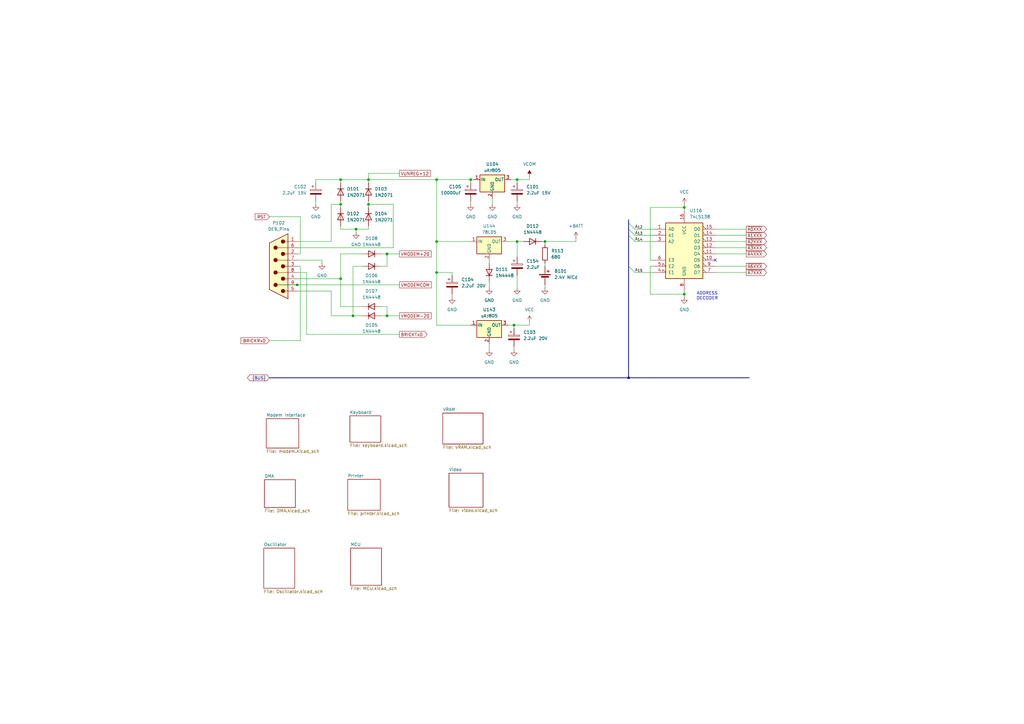
<source format=kicad_sch>
(kicad_sch
	(version 20250114)
	(generator "eeschema")
	(generator_version "9.0")
	(uuid "f4096561-d684-4672-ab54-4b1ef20fc4c8")
	(paper "A3")
	(lib_symbols
		(symbol "74xx:74LS138"
			(pin_names
				(offset 1.016)
			)
			(exclude_from_sim no)
			(in_bom yes)
			(on_board yes)
			(property "Reference" "U"
				(at -7.62 11.43 0)
				(effects
					(font
						(size 1.27 1.27)
					)
				)
			)
			(property "Value" "74LS138"
				(at -7.62 -13.97 0)
				(effects
					(font
						(size 1.27 1.27)
					)
				)
			)
			(property "Footprint" ""
				(at 0 0 0)
				(effects
					(font
						(size 1.27 1.27)
					)
					(hide yes)
				)
			)
			(property "Datasheet" "http://www.ti.com/lit/gpn/sn74LS138"
				(at 0 0 0)
				(effects
					(font
						(size 1.27 1.27)
					)
					(hide yes)
				)
			)
			(property "Description" "Decoder 3 to 8 active low outputs"
				(at 0 0 0)
				(effects
					(font
						(size 1.27 1.27)
					)
					(hide yes)
				)
			)
			(property "ki_locked" ""
				(at 0 0 0)
				(effects
					(font
						(size 1.27 1.27)
					)
				)
			)
			(property "ki_keywords" "TTL DECOD DECOD8"
				(at 0 0 0)
				(effects
					(font
						(size 1.27 1.27)
					)
					(hide yes)
				)
			)
			(property "ki_fp_filters" "DIP?16*"
				(at 0 0 0)
				(effects
					(font
						(size 1.27 1.27)
					)
					(hide yes)
				)
			)
			(symbol "74LS138_1_0"
				(pin input line
					(at -12.7 7.62 0)
					(length 5.08)
					(name "A0"
						(effects
							(font
								(size 1.27 1.27)
							)
						)
					)
					(number "1"
						(effects
							(font
								(size 1.27 1.27)
							)
						)
					)
				)
				(pin input line
					(at -12.7 5.08 0)
					(length 5.08)
					(name "A1"
						(effects
							(font
								(size 1.27 1.27)
							)
						)
					)
					(number "2"
						(effects
							(font
								(size 1.27 1.27)
							)
						)
					)
				)
				(pin input line
					(at -12.7 2.54 0)
					(length 5.08)
					(name "A2"
						(effects
							(font
								(size 1.27 1.27)
							)
						)
					)
					(number "3"
						(effects
							(font
								(size 1.27 1.27)
							)
						)
					)
				)
				(pin input line
					(at -12.7 -5.08 0)
					(length 5.08)
					(name "E3"
						(effects
							(font
								(size 1.27 1.27)
							)
						)
					)
					(number "6"
						(effects
							(font
								(size 1.27 1.27)
							)
						)
					)
				)
				(pin input input_low
					(at -12.7 -7.62 0)
					(length 5.08)
					(name "E2"
						(effects
							(font
								(size 1.27 1.27)
							)
						)
					)
					(number "5"
						(effects
							(font
								(size 1.27 1.27)
							)
						)
					)
				)
				(pin input input_low
					(at -12.7 -10.16 0)
					(length 5.08)
					(name "E1"
						(effects
							(font
								(size 1.27 1.27)
							)
						)
					)
					(number "4"
						(effects
							(font
								(size 1.27 1.27)
							)
						)
					)
				)
				(pin power_in line
					(at 0 15.24 270)
					(length 5.08)
					(name "VCC"
						(effects
							(font
								(size 1.27 1.27)
							)
						)
					)
					(number "16"
						(effects
							(font
								(size 1.27 1.27)
							)
						)
					)
				)
				(pin power_in line
					(at 0 -17.78 90)
					(length 5.08)
					(name "GND"
						(effects
							(font
								(size 1.27 1.27)
							)
						)
					)
					(number "8"
						(effects
							(font
								(size 1.27 1.27)
							)
						)
					)
				)
				(pin output output_low
					(at 12.7 7.62 180)
					(length 5.08)
					(name "O0"
						(effects
							(font
								(size 1.27 1.27)
							)
						)
					)
					(number "15"
						(effects
							(font
								(size 1.27 1.27)
							)
						)
					)
				)
				(pin output output_low
					(at 12.7 5.08 180)
					(length 5.08)
					(name "O1"
						(effects
							(font
								(size 1.27 1.27)
							)
						)
					)
					(number "14"
						(effects
							(font
								(size 1.27 1.27)
							)
						)
					)
				)
				(pin output output_low
					(at 12.7 2.54 180)
					(length 5.08)
					(name "O2"
						(effects
							(font
								(size 1.27 1.27)
							)
						)
					)
					(number "13"
						(effects
							(font
								(size 1.27 1.27)
							)
						)
					)
				)
				(pin output output_low
					(at 12.7 0 180)
					(length 5.08)
					(name "O3"
						(effects
							(font
								(size 1.27 1.27)
							)
						)
					)
					(number "12"
						(effects
							(font
								(size 1.27 1.27)
							)
						)
					)
				)
				(pin output output_low
					(at 12.7 -2.54 180)
					(length 5.08)
					(name "O4"
						(effects
							(font
								(size 1.27 1.27)
							)
						)
					)
					(number "11"
						(effects
							(font
								(size 1.27 1.27)
							)
						)
					)
				)
				(pin output output_low
					(at 12.7 -5.08 180)
					(length 5.08)
					(name "O5"
						(effects
							(font
								(size 1.27 1.27)
							)
						)
					)
					(number "10"
						(effects
							(font
								(size 1.27 1.27)
							)
						)
					)
				)
				(pin output output_low
					(at 12.7 -7.62 180)
					(length 5.08)
					(name "O6"
						(effects
							(font
								(size 1.27 1.27)
							)
						)
					)
					(number "9"
						(effects
							(font
								(size 1.27 1.27)
							)
						)
					)
				)
				(pin output output_low
					(at 12.7 -10.16 180)
					(length 5.08)
					(name "O7"
						(effects
							(font
								(size 1.27 1.27)
							)
						)
					)
					(number "7"
						(effects
							(font
								(size 1.27 1.27)
							)
						)
					)
				)
			)
			(symbol "74LS138_1_1"
				(rectangle
					(start -7.62 10.16)
					(end 7.62 -12.7)
					(stroke
						(width 0.254)
						(type default)
					)
					(fill
						(type background)
					)
				)
			)
			(embedded_fonts no)
		)
		(symbol "Connector:DE9_Pins"
			(pin_names
				(offset 1.016)
				(hide yes)
			)
			(exclude_from_sim no)
			(in_bom yes)
			(on_board yes)
			(property "Reference" "J"
				(at 0 13.97 0)
				(effects
					(font
						(size 1.27 1.27)
					)
				)
			)
			(property "Value" "DE9_Pins"
				(at 0 -14.605 0)
				(effects
					(font
						(size 1.27 1.27)
					)
				)
			)
			(property "Footprint" ""
				(at 0 0 0)
				(effects
					(font
						(size 1.27 1.27)
					)
					(hide yes)
				)
			)
			(property "Datasheet" "~"
				(at 0 0 0)
				(effects
					(font
						(size 1.27 1.27)
					)
					(hide yes)
				)
			)
			(property "Description" "9-pin D-SUB connector, pins (male)"
				(at 0 0 0)
				(effects
					(font
						(size 1.27 1.27)
					)
					(hide yes)
				)
			)
			(property "ki_keywords" "DSUB DB9"
				(at 0 0 0)
				(effects
					(font
						(size 1.27 1.27)
					)
					(hide yes)
				)
			)
			(property "ki_fp_filters" "DSUB*Pins*"
				(at 0 0 0)
				(effects
					(font
						(size 1.27 1.27)
					)
					(hide yes)
				)
			)
			(symbol "DE9_Pins_0_1"
				(polyline
					(pts
						(xy -3.81 10.16) (xy -2.54 10.16)
					)
					(stroke
						(width 0)
						(type default)
					)
					(fill
						(type none)
					)
				)
				(polyline
					(pts
						(xy -3.81 7.62) (xy 0.508 7.62)
					)
					(stroke
						(width 0)
						(type default)
					)
					(fill
						(type none)
					)
				)
				(polyline
					(pts
						(xy -3.81 5.08) (xy -2.54 5.08)
					)
					(stroke
						(width 0)
						(type default)
					)
					(fill
						(type none)
					)
				)
				(polyline
					(pts
						(xy -3.81 2.54) (xy 0.508 2.54)
					)
					(stroke
						(width 0)
						(type default)
					)
					(fill
						(type none)
					)
				)
				(polyline
					(pts
						(xy -3.81 0) (xy -2.54 0)
					)
					(stroke
						(width 0)
						(type default)
					)
					(fill
						(type none)
					)
				)
				(polyline
					(pts
						(xy -3.81 -2.54) (xy 0.508 -2.54)
					)
					(stroke
						(width 0)
						(type default)
					)
					(fill
						(type none)
					)
				)
				(polyline
					(pts
						(xy -3.81 -5.08) (xy -2.54 -5.08)
					)
					(stroke
						(width 0)
						(type default)
					)
					(fill
						(type none)
					)
				)
				(polyline
					(pts
						(xy -3.81 -7.62) (xy 0.508 -7.62)
					)
					(stroke
						(width 0)
						(type default)
					)
					(fill
						(type none)
					)
				)
				(polyline
					(pts
						(xy -3.81 -10.16) (xy -2.54 -10.16)
					)
					(stroke
						(width 0)
						(type default)
					)
					(fill
						(type none)
					)
				)
				(polyline
					(pts
						(xy -3.81 -13.335) (xy -3.81 13.335) (xy 3.81 9.525) (xy 3.81 -9.525) (xy -3.81 -13.335)
					)
					(stroke
						(width 0.254)
						(type default)
					)
					(fill
						(type background)
					)
				)
				(circle
					(center -1.778 10.16)
					(radius 0.762)
					(stroke
						(width 0)
						(type default)
					)
					(fill
						(type outline)
					)
				)
				(circle
					(center -1.778 5.08)
					(radius 0.762)
					(stroke
						(width 0)
						(type default)
					)
					(fill
						(type outline)
					)
				)
				(circle
					(center -1.778 0)
					(radius 0.762)
					(stroke
						(width 0)
						(type default)
					)
					(fill
						(type outline)
					)
				)
				(circle
					(center -1.778 -5.08)
					(radius 0.762)
					(stroke
						(width 0)
						(type default)
					)
					(fill
						(type outline)
					)
				)
				(circle
					(center -1.778 -10.16)
					(radius 0.762)
					(stroke
						(width 0)
						(type default)
					)
					(fill
						(type outline)
					)
				)
				(circle
					(center 1.27 7.62)
					(radius 0.762)
					(stroke
						(width 0)
						(type default)
					)
					(fill
						(type outline)
					)
				)
				(circle
					(center 1.27 2.54)
					(radius 0.762)
					(stroke
						(width 0)
						(type default)
					)
					(fill
						(type outline)
					)
				)
				(circle
					(center 1.27 -2.54)
					(radius 0.762)
					(stroke
						(width 0)
						(type default)
					)
					(fill
						(type outline)
					)
				)
				(circle
					(center 1.27 -7.62)
					(radius 0.762)
					(stroke
						(width 0)
						(type default)
					)
					(fill
						(type outline)
					)
				)
			)
			(symbol "DE9_Pins_1_1"
				(pin passive line
					(at -7.62 10.16 0)
					(length 3.81)
					(name "5"
						(effects
							(font
								(size 1.27 1.27)
							)
						)
					)
					(number "5"
						(effects
							(font
								(size 1.27 1.27)
							)
						)
					)
				)
				(pin passive line
					(at -7.62 7.62 0)
					(length 3.81)
					(name "9"
						(effects
							(font
								(size 1.27 1.27)
							)
						)
					)
					(number "9"
						(effects
							(font
								(size 1.27 1.27)
							)
						)
					)
				)
				(pin passive line
					(at -7.62 5.08 0)
					(length 3.81)
					(name "4"
						(effects
							(font
								(size 1.27 1.27)
							)
						)
					)
					(number "4"
						(effects
							(font
								(size 1.27 1.27)
							)
						)
					)
				)
				(pin passive line
					(at -7.62 2.54 0)
					(length 3.81)
					(name "8"
						(effects
							(font
								(size 1.27 1.27)
							)
						)
					)
					(number "8"
						(effects
							(font
								(size 1.27 1.27)
							)
						)
					)
				)
				(pin passive line
					(at -7.62 0 0)
					(length 3.81)
					(name "3"
						(effects
							(font
								(size 1.27 1.27)
							)
						)
					)
					(number "3"
						(effects
							(font
								(size 1.27 1.27)
							)
						)
					)
				)
				(pin passive line
					(at -7.62 -2.54 0)
					(length 3.81)
					(name "7"
						(effects
							(font
								(size 1.27 1.27)
							)
						)
					)
					(number "7"
						(effects
							(font
								(size 1.27 1.27)
							)
						)
					)
				)
				(pin passive line
					(at -7.62 -5.08 0)
					(length 3.81)
					(name "2"
						(effects
							(font
								(size 1.27 1.27)
							)
						)
					)
					(number "2"
						(effects
							(font
								(size 1.27 1.27)
							)
						)
					)
				)
				(pin passive line
					(at -7.62 -7.62 0)
					(length 3.81)
					(name "6"
						(effects
							(font
								(size 1.27 1.27)
							)
						)
					)
					(number "6"
						(effects
							(font
								(size 1.27 1.27)
							)
						)
					)
				)
				(pin passive line
					(at -7.62 -10.16 0)
					(length 3.81)
					(name "1"
						(effects
							(font
								(size 1.27 1.27)
							)
						)
					)
					(number "1"
						(effects
							(font
								(size 1.27 1.27)
							)
						)
					)
				)
			)
			(embedded_fonts no)
		)
		(symbol "Device:Battery_Cell"
			(pin_numbers
				(hide yes)
			)
			(pin_names
				(offset 0)
				(hide yes)
			)
			(exclude_from_sim no)
			(in_bom yes)
			(on_board yes)
			(property "Reference" "BT"
				(at 2.54 2.54 0)
				(effects
					(font
						(size 1.27 1.27)
					)
					(justify left)
				)
			)
			(property "Value" "Battery_Cell"
				(at 2.54 0 0)
				(effects
					(font
						(size 1.27 1.27)
					)
					(justify left)
				)
			)
			(property "Footprint" ""
				(at 0 1.524 90)
				(effects
					(font
						(size 1.27 1.27)
					)
					(hide yes)
				)
			)
			(property "Datasheet" "~"
				(at 0 1.524 90)
				(effects
					(font
						(size 1.27 1.27)
					)
					(hide yes)
				)
			)
			(property "Description" "Single-cell battery"
				(at 0 0 0)
				(effects
					(font
						(size 1.27 1.27)
					)
					(hide yes)
				)
			)
			(property "ki_keywords" "battery cell"
				(at 0 0 0)
				(effects
					(font
						(size 1.27 1.27)
					)
					(hide yes)
				)
			)
			(symbol "Battery_Cell_0_1"
				(rectangle
					(start -2.286 1.778)
					(end 2.286 1.524)
					(stroke
						(width 0)
						(type default)
					)
					(fill
						(type outline)
					)
				)
				(rectangle
					(start -1.524 1.016)
					(end 1.524 0.508)
					(stroke
						(width 0)
						(type default)
					)
					(fill
						(type outline)
					)
				)
				(polyline
					(pts
						(xy 0 1.778) (xy 0 2.54)
					)
					(stroke
						(width 0)
						(type default)
					)
					(fill
						(type none)
					)
				)
				(polyline
					(pts
						(xy 0 0.762) (xy 0 0)
					)
					(stroke
						(width 0)
						(type default)
					)
					(fill
						(type none)
					)
				)
				(polyline
					(pts
						(xy 0.762 3.048) (xy 1.778 3.048)
					)
					(stroke
						(width 0.254)
						(type default)
					)
					(fill
						(type none)
					)
				)
				(polyline
					(pts
						(xy 1.27 3.556) (xy 1.27 2.54)
					)
					(stroke
						(width 0.254)
						(type default)
					)
					(fill
						(type none)
					)
				)
			)
			(symbol "Battery_Cell_1_1"
				(pin passive line
					(at 0 5.08 270)
					(length 2.54)
					(name "+"
						(effects
							(font
								(size 1.27 1.27)
							)
						)
					)
					(number "1"
						(effects
							(font
								(size 1.27 1.27)
							)
						)
					)
				)
				(pin passive line
					(at 0 -2.54 90)
					(length 2.54)
					(name "-"
						(effects
							(font
								(size 1.27 1.27)
							)
						)
					)
					(number "2"
						(effects
							(font
								(size 1.27 1.27)
							)
						)
					)
				)
			)
			(embedded_fonts no)
		)
		(symbol "Device:C_Polarized"
			(pin_numbers
				(hide yes)
			)
			(pin_names
				(offset 0.254)
			)
			(exclude_from_sim no)
			(in_bom yes)
			(on_board yes)
			(property "Reference" "C"
				(at 0.635 2.54 0)
				(effects
					(font
						(size 1.27 1.27)
					)
					(justify left)
				)
			)
			(property "Value" "C_Polarized"
				(at 0.635 -2.54 0)
				(effects
					(font
						(size 1.27 1.27)
					)
					(justify left)
				)
			)
			(property "Footprint" ""
				(at 0.9652 -3.81 0)
				(effects
					(font
						(size 1.27 1.27)
					)
					(hide yes)
				)
			)
			(property "Datasheet" "~"
				(at 0 0 0)
				(effects
					(font
						(size 1.27 1.27)
					)
					(hide yes)
				)
			)
			(property "Description" "Polarized capacitor"
				(at 0 0 0)
				(effects
					(font
						(size 1.27 1.27)
					)
					(hide yes)
				)
			)
			(property "ki_keywords" "cap capacitor"
				(at 0 0 0)
				(effects
					(font
						(size 1.27 1.27)
					)
					(hide yes)
				)
			)
			(property "ki_fp_filters" "CP_*"
				(at 0 0 0)
				(effects
					(font
						(size 1.27 1.27)
					)
					(hide yes)
				)
			)
			(symbol "C_Polarized_0_1"
				(rectangle
					(start -2.286 0.508)
					(end 2.286 1.016)
					(stroke
						(width 0)
						(type default)
					)
					(fill
						(type none)
					)
				)
				(polyline
					(pts
						(xy -1.778 2.286) (xy -0.762 2.286)
					)
					(stroke
						(width 0)
						(type default)
					)
					(fill
						(type none)
					)
				)
				(polyline
					(pts
						(xy -1.27 2.794) (xy -1.27 1.778)
					)
					(stroke
						(width 0)
						(type default)
					)
					(fill
						(type none)
					)
				)
				(rectangle
					(start 2.286 -0.508)
					(end -2.286 -1.016)
					(stroke
						(width 0)
						(type default)
					)
					(fill
						(type outline)
					)
				)
			)
			(symbol "C_Polarized_1_1"
				(pin passive line
					(at 0 3.81 270)
					(length 2.794)
					(name "~"
						(effects
							(font
								(size 1.27 1.27)
							)
						)
					)
					(number "1"
						(effects
							(font
								(size 1.27 1.27)
							)
						)
					)
				)
				(pin passive line
					(at 0 -3.81 90)
					(length 2.794)
					(name "~"
						(effects
							(font
								(size 1.27 1.27)
							)
						)
					)
					(number "2"
						(effects
							(font
								(size 1.27 1.27)
							)
						)
					)
				)
			)
			(embedded_fonts no)
		)
		(symbol "Device:D"
			(pin_numbers
				(hide yes)
			)
			(pin_names
				(offset 1.016)
				(hide yes)
			)
			(exclude_from_sim no)
			(in_bom yes)
			(on_board yes)
			(property "Reference" "D"
				(at 0 2.54 0)
				(effects
					(font
						(size 1.27 1.27)
					)
				)
			)
			(property "Value" "D"
				(at 0 -2.54 0)
				(effects
					(font
						(size 1.27 1.27)
					)
				)
			)
			(property "Footprint" ""
				(at 0 0 0)
				(effects
					(font
						(size 1.27 1.27)
					)
					(hide yes)
				)
			)
			(property "Datasheet" "~"
				(at 0 0 0)
				(effects
					(font
						(size 1.27 1.27)
					)
					(hide yes)
				)
			)
			(property "Description" "Diode"
				(at 0 0 0)
				(effects
					(font
						(size 1.27 1.27)
					)
					(hide yes)
				)
			)
			(property "Sim.Device" "D"
				(at 0 0 0)
				(effects
					(font
						(size 1.27 1.27)
					)
					(hide yes)
				)
			)
			(property "Sim.Pins" "1=K 2=A"
				(at 0 0 0)
				(effects
					(font
						(size 1.27 1.27)
					)
					(hide yes)
				)
			)
			(property "ki_keywords" "diode"
				(at 0 0 0)
				(effects
					(font
						(size 1.27 1.27)
					)
					(hide yes)
				)
			)
			(property "ki_fp_filters" "TO-???* *_Diode_* *SingleDiode* D_*"
				(at 0 0 0)
				(effects
					(font
						(size 1.27 1.27)
					)
					(hide yes)
				)
			)
			(symbol "D_0_1"
				(polyline
					(pts
						(xy -1.27 1.27) (xy -1.27 -1.27)
					)
					(stroke
						(width 0.254)
						(type default)
					)
					(fill
						(type none)
					)
				)
				(polyline
					(pts
						(xy 1.27 1.27) (xy 1.27 -1.27) (xy -1.27 0) (xy 1.27 1.27)
					)
					(stroke
						(width 0.254)
						(type default)
					)
					(fill
						(type none)
					)
				)
				(polyline
					(pts
						(xy 1.27 0) (xy -1.27 0)
					)
					(stroke
						(width 0)
						(type default)
					)
					(fill
						(type none)
					)
				)
			)
			(symbol "D_1_1"
				(pin passive line
					(at -3.81 0 0)
					(length 2.54)
					(name "K"
						(effects
							(font
								(size 1.27 1.27)
							)
						)
					)
					(number "1"
						(effects
							(font
								(size 1.27 1.27)
							)
						)
					)
				)
				(pin passive line
					(at 3.81 0 180)
					(length 2.54)
					(name "A"
						(effects
							(font
								(size 1.27 1.27)
							)
						)
					)
					(number "2"
						(effects
							(font
								(size 1.27 1.27)
							)
						)
					)
				)
			)
			(embedded_fonts no)
		)
		(symbol "Device:R"
			(pin_numbers
				(hide yes)
			)
			(pin_names
				(offset 0)
			)
			(exclude_from_sim no)
			(in_bom yes)
			(on_board yes)
			(property "Reference" "R"
				(at 2.032 0 90)
				(effects
					(font
						(size 1.27 1.27)
					)
				)
			)
			(property "Value" "R"
				(at 0 0 90)
				(effects
					(font
						(size 1.27 1.27)
					)
				)
			)
			(property "Footprint" ""
				(at -1.778 0 90)
				(effects
					(font
						(size 1.27 1.27)
					)
					(hide yes)
				)
			)
			(property "Datasheet" "~"
				(at 0 0 0)
				(effects
					(font
						(size 1.27 1.27)
					)
					(hide yes)
				)
			)
			(property "Description" "Resistor"
				(at 0 0 0)
				(effects
					(font
						(size 1.27 1.27)
					)
					(hide yes)
				)
			)
			(property "ki_keywords" "R res resistor"
				(at 0 0 0)
				(effects
					(font
						(size 1.27 1.27)
					)
					(hide yes)
				)
			)
			(property "ki_fp_filters" "R_*"
				(at 0 0 0)
				(effects
					(font
						(size 1.27 1.27)
					)
					(hide yes)
				)
			)
			(symbol "R_0_1"
				(rectangle
					(start -1.016 -2.54)
					(end 1.016 2.54)
					(stroke
						(width 0.254)
						(type default)
					)
					(fill
						(type none)
					)
				)
			)
			(symbol "R_1_1"
				(pin passive line
					(at 0 3.81 270)
					(length 1.27)
					(name "~"
						(effects
							(font
								(size 1.27 1.27)
							)
						)
					)
					(number "1"
						(effects
							(font
								(size 1.27 1.27)
							)
						)
					)
				)
				(pin passive line
					(at 0 -3.81 90)
					(length 1.27)
					(name "~"
						(effects
							(font
								(size 1.27 1.27)
							)
						)
					)
					(number "2"
						(effects
							(font
								(size 1.27 1.27)
							)
						)
					)
				)
			)
			(embedded_fonts no)
		)
		(symbol "Regulator_Linear:L7805"
			(pin_names
				(offset 0.254)
			)
			(exclude_from_sim no)
			(in_bom yes)
			(on_board yes)
			(property "Reference" "U"
				(at -3.81 3.175 0)
				(effects
					(font
						(size 1.27 1.27)
					)
				)
			)
			(property "Value" "L7805"
				(at 0 3.175 0)
				(effects
					(font
						(size 1.27 1.27)
					)
					(justify left)
				)
			)
			(property "Footprint" ""
				(at 0.635 -3.81 0)
				(effects
					(font
						(size 1.27 1.27)
						(italic yes)
					)
					(justify left)
					(hide yes)
				)
			)
			(property "Datasheet" "http://www.st.com/content/ccc/resource/technical/document/datasheet/41/4f/b3/b0/12/d4/47/88/CD00000444.pdf/files/CD00000444.pdf/jcr:content/translations/en.CD00000444.pdf"
				(at 0 -1.27 0)
				(effects
					(font
						(size 1.27 1.27)
					)
					(hide yes)
				)
			)
			(property "Description" "Positive 1.5A 35V Linear Regulator, Fixed Output 5V, TO-220/TO-263/TO-252"
				(at 0 0 0)
				(effects
					(font
						(size 1.27 1.27)
					)
					(hide yes)
				)
			)
			(property "ki_keywords" "Voltage Regulator 1.5A Positive"
				(at 0 0 0)
				(effects
					(font
						(size 1.27 1.27)
					)
					(hide yes)
				)
			)
			(property "ki_fp_filters" "TO?252* TO?263* TO?220*"
				(at 0 0 0)
				(effects
					(font
						(size 1.27 1.27)
					)
					(hide yes)
				)
			)
			(symbol "L7805_0_1"
				(rectangle
					(start -5.08 1.905)
					(end 5.08 -5.08)
					(stroke
						(width 0.254)
						(type default)
					)
					(fill
						(type background)
					)
				)
			)
			(symbol "L7805_1_1"
				(pin power_in line
					(at -7.62 0 0)
					(length 2.54)
					(name "IN"
						(effects
							(font
								(size 1.27 1.27)
							)
						)
					)
					(number "1"
						(effects
							(font
								(size 1.27 1.27)
							)
						)
					)
				)
				(pin power_in line
					(at 0 -7.62 90)
					(length 2.54)
					(name "GND"
						(effects
							(font
								(size 1.27 1.27)
							)
						)
					)
					(number "2"
						(effects
							(font
								(size 1.27 1.27)
							)
						)
					)
				)
				(pin power_out line
					(at 7.62 0 180)
					(length 2.54)
					(name "OUT"
						(effects
							(font
								(size 1.27 1.27)
							)
						)
					)
					(number "3"
						(effects
							(font
								(size 1.27 1.27)
							)
						)
					)
				)
			)
			(embedded_fonts no)
		)
		(symbol "power:+BATT"
			(power)
			(pin_numbers
				(hide yes)
			)
			(pin_names
				(offset 0)
				(hide yes)
			)
			(exclude_from_sim no)
			(in_bom yes)
			(on_board yes)
			(property "Reference" "#PWR"
				(at 0 -3.81 0)
				(effects
					(font
						(size 1.27 1.27)
					)
					(hide yes)
				)
			)
			(property "Value" "+BATT"
				(at 0 3.556 0)
				(effects
					(font
						(size 1.27 1.27)
					)
				)
			)
			(property "Footprint" ""
				(at 0 0 0)
				(effects
					(font
						(size 1.27 1.27)
					)
					(hide yes)
				)
			)
			(property "Datasheet" ""
				(at 0 0 0)
				(effects
					(font
						(size 1.27 1.27)
					)
					(hide yes)
				)
			)
			(property "Description" "Power symbol creates a global label with name \"+BATT\""
				(at 0 0 0)
				(effects
					(font
						(size 1.27 1.27)
					)
					(hide yes)
				)
			)
			(property "ki_keywords" "global power battery"
				(at 0 0 0)
				(effects
					(font
						(size 1.27 1.27)
					)
					(hide yes)
				)
			)
			(symbol "+BATT_0_1"
				(polyline
					(pts
						(xy -0.762 1.27) (xy 0 2.54)
					)
					(stroke
						(width 0)
						(type default)
					)
					(fill
						(type none)
					)
				)
				(polyline
					(pts
						(xy 0 2.54) (xy 0.762 1.27)
					)
					(stroke
						(width 0)
						(type default)
					)
					(fill
						(type none)
					)
				)
				(polyline
					(pts
						(xy 0 0) (xy 0 2.54)
					)
					(stroke
						(width 0)
						(type default)
					)
					(fill
						(type none)
					)
				)
			)
			(symbol "+BATT_1_1"
				(pin power_in line
					(at 0 0 90)
					(length 0)
					(name "~"
						(effects
							(font
								(size 1.27 1.27)
							)
						)
					)
					(number "1"
						(effects
							(font
								(size 1.27 1.27)
							)
						)
					)
				)
			)
			(embedded_fonts no)
		)
		(symbol "power:GND"
			(power)
			(pin_numbers
				(hide yes)
			)
			(pin_names
				(offset 0)
				(hide yes)
			)
			(exclude_from_sim no)
			(in_bom yes)
			(on_board yes)
			(property "Reference" "#PWR"
				(at 0 -6.35 0)
				(effects
					(font
						(size 1.27 1.27)
					)
					(hide yes)
				)
			)
			(property "Value" "GND"
				(at 0 -3.81 0)
				(effects
					(font
						(size 1.27 1.27)
					)
				)
			)
			(property "Footprint" ""
				(at 0 0 0)
				(effects
					(font
						(size 1.27 1.27)
					)
					(hide yes)
				)
			)
			(property "Datasheet" ""
				(at 0 0 0)
				(effects
					(font
						(size 1.27 1.27)
					)
					(hide yes)
				)
			)
			(property "Description" "Power symbol creates a global label with name \"GND\" , ground"
				(at 0 0 0)
				(effects
					(font
						(size 1.27 1.27)
					)
					(hide yes)
				)
			)
			(property "ki_keywords" "global power"
				(at 0 0 0)
				(effects
					(font
						(size 1.27 1.27)
					)
					(hide yes)
				)
			)
			(symbol "GND_0_1"
				(polyline
					(pts
						(xy 0 0) (xy 0 -1.27) (xy 1.27 -1.27) (xy 0 -2.54) (xy -1.27 -1.27) (xy 0 -1.27)
					)
					(stroke
						(width 0)
						(type default)
					)
					(fill
						(type none)
					)
				)
			)
			(symbol "GND_1_1"
				(pin power_in line
					(at 0 0 270)
					(length 0)
					(name "~"
						(effects
							(font
								(size 1.27 1.27)
							)
						)
					)
					(number "1"
						(effects
							(font
								(size 1.27 1.27)
							)
						)
					)
				)
			)
			(embedded_fonts no)
		)
		(symbol "power:VCC"
			(power)
			(pin_numbers
				(hide yes)
			)
			(pin_names
				(offset 0)
				(hide yes)
			)
			(exclude_from_sim no)
			(in_bom yes)
			(on_board yes)
			(property "Reference" "#PWR"
				(at 0 -3.81 0)
				(effects
					(font
						(size 1.27 1.27)
					)
					(hide yes)
				)
			)
			(property "Value" "VCC"
				(at 0 3.556 0)
				(effects
					(font
						(size 1.27 1.27)
					)
				)
			)
			(property "Footprint" ""
				(at 0 0 0)
				(effects
					(font
						(size 1.27 1.27)
					)
					(hide yes)
				)
			)
			(property "Datasheet" ""
				(at 0 0 0)
				(effects
					(font
						(size 1.27 1.27)
					)
					(hide yes)
				)
			)
			(property "Description" "Power symbol creates a global label with name \"VCC\""
				(at 0 0 0)
				(effects
					(font
						(size 1.27 1.27)
					)
					(hide yes)
				)
			)
			(property "ki_keywords" "global power"
				(at 0 0 0)
				(effects
					(font
						(size 1.27 1.27)
					)
					(hide yes)
				)
			)
			(symbol "VCC_0_1"
				(polyline
					(pts
						(xy -0.762 1.27) (xy 0 2.54)
					)
					(stroke
						(width 0)
						(type default)
					)
					(fill
						(type none)
					)
				)
				(polyline
					(pts
						(xy 0 2.54) (xy 0.762 1.27)
					)
					(stroke
						(width 0)
						(type default)
					)
					(fill
						(type none)
					)
				)
				(polyline
					(pts
						(xy 0 0) (xy 0 2.54)
					)
					(stroke
						(width 0)
						(type default)
					)
					(fill
						(type none)
					)
				)
			)
			(symbol "VCC_1_1"
				(pin power_in line
					(at 0 0 90)
					(length 0)
					(name "~"
						(effects
							(font
								(size 1.27 1.27)
							)
						)
					)
					(number "1"
						(effects
							(font
								(size 1.27 1.27)
							)
						)
					)
				)
			)
			(embedded_fonts no)
		)
		(symbol "power:VCOM"
			(power)
			(pin_numbers
				(hide yes)
			)
			(pin_names
				(offset 0)
				(hide yes)
			)
			(exclude_from_sim no)
			(in_bom yes)
			(on_board yes)
			(property "Reference" "#PWR"
				(at 0 -3.81 0)
				(effects
					(font
						(size 1.27 1.27)
					)
					(hide yes)
				)
			)
			(property "Value" "VCOM"
				(at 0 3.556 0)
				(effects
					(font
						(size 1.27 1.27)
					)
				)
			)
			(property "Footprint" ""
				(at 0 0 0)
				(effects
					(font
						(size 1.27 1.27)
					)
					(hide yes)
				)
			)
			(property "Datasheet" ""
				(at 0 0 0)
				(effects
					(font
						(size 1.27 1.27)
					)
					(hide yes)
				)
			)
			(property "Description" "Power symbol creates a global label with name \"VCOM\""
				(at 0 0 0)
				(effects
					(font
						(size 1.27 1.27)
					)
					(hide yes)
				)
			)
			(property "ki_keywords" "global power"
				(at 0 0 0)
				(effects
					(font
						(size 1.27 1.27)
					)
					(hide yes)
				)
			)
			(symbol "VCOM_0_1"
				(polyline
					(pts
						(xy 0 0) (xy 0 2.54)
					)
					(stroke
						(width 0)
						(type default)
					)
					(fill
						(type none)
					)
				)
				(polyline
					(pts
						(xy 0.762 1.27) (xy -0.762 1.27) (xy 0 2.54) (xy 0.762 1.27)
					)
					(stroke
						(width 0)
						(type default)
					)
					(fill
						(type outline)
					)
				)
			)
			(symbol "VCOM_1_1"
				(pin power_in line
					(at 0 0 90)
					(length 0)
					(name "~"
						(effects
							(font
								(size 1.27 1.27)
							)
						)
					)
					(number "1"
						(effects
							(font
								(size 1.27 1.27)
							)
						)
					)
				)
			)
			(embedded_fonts no)
		)
	)
	(text "ADDRESS\nDECODER"
		(exclude_from_sim no)
		(at 290.068 121.412 0)
		(effects
			(font
				(size 1.27 1.27)
			)
		)
		(uuid "24e953c4-0f86-42e7-b500-7e9413c52f36")
	)
	(junction
		(at 280.67 120.65)
		(diameter 0)
		(color 0 0 0 0)
		(uuid "05095fd5-98d7-4c7b-b43f-a7d25c025ffc")
	)
	(junction
		(at 212.09 73.66)
		(diameter 0)
		(color 0 0 0 0)
		(uuid "0950f23c-77d2-49e4-9871-17445493d704")
	)
	(junction
		(at 139.7 114.3)
		(diameter 0)
		(color 0 0 0 0)
		(uuid "0a4b6279-1804-4c5b-b6e4-6afe1c8fad22")
	)
	(junction
		(at 193.04 73.66)
		(diameter 0)
		(color 0 0 0 0)
		(uuid "0e771a2f-fa63-4c44-93f8-0955f9bf8a35")
	)
	(junction
		(at 158.75 104.14)
		(diameter 0)
		(color 0 0 0 0)
		(uuid "1eb69c48-26c5-47a1-8209-ade5243ee9f8")
	)
	(junction
		(at 121.92 116.84)
		(diameter 0)
		(color 0 0 0 0)
		(uuid "26e0f1b2-6fbf-42bb-ad39-7df750d7c4e4")
	)
	(junction
		(at 179.07 111.76)
		(diameter 0)
		(color 0 0 0 0)
		(uuid "3497b499-3cac-4c9c-917f-eb272d056433")
	)
	(junction
		(at 151.13 83.82)
		(diameter 0)
		(color 0 0 0 0)
		(uuid "34b30d68-dd99-42e9-a1e1-2f3092bf30b2")
	)
	(junction
		(at 210.82 133.35)
		(diameter 0)
		(color 0 0 0 0)
		(uuid "3622391c-82d1-47d6-9f3e-25f5a7fe8a24")
	)
	(junction
		(at 257.81 154.94)
		(diameter 0)
		(color 0 0 0 0)
		(uuid "38dc8790-843d-4202-850c-c9aef3c59812")
	)
	(junction
		(at 139.7 83.82)
		(diameter 0)
		(color 0 0 0 0)
		(uuid "3c4245af-2806-4c6e-9c3f-c5007d01e3c3")
	)
	(junction
		(at 151.13 73.66)
		(diameter 0)
		(color 0 0 0 0)
		(uuid "4c8a5d50-bd0c-412b-8dbc-ef606a76e3d8")
	)
	(junction
		(at 139.7 73.66)
		(diameter 0)
		(color 0 0 0 0)
		(uuid "651e1777-01f4-4833-aae8-2cc54b92cc5b")
	)
	(junction
		(at 146.05 93.98)
		(diameter 0)
		(color 0 0 0 0)
		(uuid "6f96cdbd-5350-4e69-b4d0-8d30100b0878")
	)
	(junction
		(at 158.75 129.54)
		(diameter 0)
		(color 0 0 0 0)
		(uuid "7f87ebfb-e2dd-4dc0-b993-152f71187461")
	)
	(junction
		(at 212.09 99.06)
		(diameter 0)
		(color 0 0 0 0)
		(uuid "8a51c969-5f50-493f-ad07-1c50ea074c46")
	)
	(junction
		(at 179.07 73.66)
		(diameter 0)
		(color 0 0 0 0)
		(uuid "9f6fd70a-5da1-4ea6-b027-06a4f79f3f7e")
	)
	(junction
		(at 223.52 99.06)
		(diameter 0)
		(color 0 0 0 0)
		(uuid "a26a6ef2-dd54-4bd5-ba2b-d20f10538e0a")
	)
	(junction
		(at 280.67 85.09)
		(diameter 0)
		(color 0 0 0 0)
		(uuid "dec9592a-6ba4-4e3c-9bdf-59384b6d6529")
	)
	(junction
		(at 144.78 129.54)
		(diameter 0)
		(color 0 0 0 0)
		(uuid "df59de77-f4c0-478b-86ec-b8353e67ef20")
	)
	(junction
		(at 179.07 99.06)
		(diameter 0)
		(color 0 0 0 0)
		(uuid "e91cdf47-fc52-46d7-973d-5f08b9b090ab")
	)
	(no_connect
		(at 293.37 106.68)
		(uuid "33047911-6a01-4270-9915-fe8a9162ba06")
	)
	(bus_entry
		(at 257.81 96.52)
		(size 2.54 2.54)
		(stroke
			(width 0)
			(type default)
		)
		(uuid "86b5a08f-db0f-48e1-88d7-207e16d93828")
	)
	(bus_entry
		(at 257.81 109.22)
		(size 2.54 2.54)
		(stroke
			(width 0)
			(type default)
		)
		(uuid "87320e3b-dec9-44cb-bbc6-52b48a4559fd")
	)
	(bus_entry
		(at 257.81 93.98)
		(size 2.54 2.54)
		(stroke
			(width 0)
			(type default)
		)
		(uuid "aa596b8c-e47c-4d63-8e8b-32bcd908d1a1")
	)
	(bus_entry
		(at 257.81 91.44)
		(size 2.54 2.54)
		(stroke
			(width 0)
			(type default)
		)
		(uuid "e35f6086-47c8-42f6-980e-b4da36edf077")
	)
	(wire
		(pts
			(xy 293.37 93.98) (xy 306.07 93.98)
		)
		(stroke
			(width 0)
			(type default)
		)
		(uuid "045c6c58-eee6-43dc-9c97-83fc88bccab2")
	)
	(bus
		(pts
			(xy 257.81 91.44) (xy 257.81 93.98)
		)
		(stroke
			(width 0)
			(type default)
		)
		(uuid "060b8633-b4b9-4eb6-b0d6-a59c832b57ab")
	)
	(wire
		(pts
			(xy 201.93 81.28) (xy 201.93 83.82)
		)
		(stroke
			(width 0)
			(type default)
		)
		(uuid "06b0f20c-2776-4866-ae92-638dbf7dd999")
	)
	(wire
		(pts
			(xy 208.28 133.35) (xy 210.82 133.35)
		)
		(stroke
			(width 0)
			(type default)
		)
		(uuid "0834c036-b98c-45a6-992b-3f76ecd5d6e1")
	)
	(wire
		(pts
			(xy 139.7 125.73) (xy 148.59 125.73)
		)
		(stroke
			(width 0)
			(type default)
		)
		(uuid "08656c78-8864-4a3e-9bdd-4b7788699b01")
	)
	(wire
		(pts
			(xy 280.67 120.65) (xy 280.67 121.92)
		)
		(stroke
			(width 0)
			(type default)
		)
		(uuid "08cf7d3b-711d-4e31-83f5-3c91fb55f147")
	)
	(wire
		(pts
			(xy 144.78 109.22) (xy 148.59 109.22)
		)
		(stroke
			(width 0)
			(type default)
		)
		(uuid "0fb581ca-ef8f-4e96-9d4c-8560c7a088c6")
	)
	(wire
		(pts
			(xy 210.82 133.35) (xy 210.82 134.62)
		)
		(stroke
			(width 0)
			(type default)
		)
		(uuid "10e09cd1-99b3-4f31-a190-22d977d50b28")
	)
	(wire
		(pts
			(xy 222.25 99.06) (xy 223.52 99.06)
		)
		(stroke
			(width 0)
			(type default)
		)
		(uuid "1169e714-fa19-4eb4-9f4a-bf00480ac1ee")
	)
	(wire
		(pts
			(xy 193.04 73.66) (xy 193.04 74.93)
		)
		(stroke
			(width 0)
			(type default)
		)
		(uuid "11f807f0-a535-4f51-9afc-51efd2a881e2")
	)
	(wire
		(pts
			(xy 151.13 73.66) (xy 139.7 73.66)
		)
		(stroke
			(width 0)
			(type default)
		)
		(uuid "138808c8-db52-4db9-9c27-a695646bccd7")
	)
	(wire
		(pts
			(xy 121.92 101.6) (xy 161.29 101.6)
		)
		(stroke
			(width 0)
			(type default)
		)
		(uuid "15ce38fa-11ce-4439-8fd1-98a0303ebb03")
	)
	(wire
		(pts
			(xy 179.07 99.06) (xy 193.04 99.06)
		)
		(stroke
			(width 0)
			(type default)
		)
		(uuid "164ddf08-05f6-450e-947f-a21ff650aab3")
	)
	(wire
		(pts
			(xy 135.89 83.82) (xy 139.7 83.82)
		)
		(stroke
			(width 0)
			(type default)
		)
		(uuid "1d402a96-15ec-44df-a768-42e43ddfcc0c")
	)
	(wire
		(pts
			(xy 125.73 111.76) (xy 125.73 137.16)
		)
		(stroke
			(width 0)
			(type default)
		)
		(uuid "1d7d1ef3-ed1e-477c-9a6c-2e55f06b10c6")
	)
	(wire
		(pts
			(xy 135.89 99.06) (xy 121.92 99.06)
		)
		(stroke
			(width 0)
			(type default)
		)
		(uuid "2036d70b-80ff-4ec3-b5f4-e372fa7408d4")
	)
	(wire
		(pts
			(xy 121.92 111.76) (xy 125.73 111.76)
		)
		(stroke
			(width 0)
			(type default)
		)
		(uuid "203beed0-5d34-4897-849c-2c62e1af482f")
	)
	(wire
		(pts
			(xy 144.78 109.22) (xy 144.78 129.54)
		)
		(stroke
			(width 0)
			(type default)
		)
		(uuid "23d22a99-3ec9-4e38-bc12-1d8f92836a25")
	)
	(wire
		(pts
			(xy 293.37 109.22) (xy 306.07 109.22)
		)
		(stroke
			(width 0)
			(type default)
		)
		(uuid "258ffeb2-9acb-4f05-b92f-993b92437340")
	)
	(wire
		(pts
			(xy 139.7 73.66) (xy 129.54 73.66)
		)
		(stroke
			(width 0)
			(type default)
		)
		(uuid "27dbe73e-4bde-4944-9768-7812eff6b685")
	)
	(wire
		(pts
			(xy 179.07 111.76) (xy 179.07 133.35)
		)
		(stroke
			(width 0)
			(type default)
		)
		(uuid "283cba02-6724-466b-9fab-96f4d4a536b6")
	)
	(wire
		(pts
			(xy 193.04 73.66) (xy 194.31 73.66)
		)
		(stroke
			(width 0)
			(type default)
		)
		(uuid "2867beb4-a852-4edf-9698-19e668ab5c66")
	)
	(wire
		(pts
			(xy 139.7 82.55) (xy 139.7 83.82)
		)
		(stroke
			(width 0)
			(type default)
		)
		(uuid "3bb2db95-90a5-42f4-ae69-461fdf0f3692")
	)
	(wire
		(pts
			(xy 212.09 73.66) (xy 217.17 73.66)
		)
		(stroke
			(width 0)
			(type default)
		)
		(uuid "3e3807f7-92a8-4c28-874f-a23dab7065ec")
	)
	(wire
		(pts
			(xy 146.05 93.98) (xy 146.05 95.25)
		)
		(stroke
			(width 0)
			(type default)
		)
		(uuid "3e6c8ffc-f5ec-4010-abe2-6273901ce016")
	)
	(wire
		(pts
			(xy 156.21 125.73) (xy 158.75 125.73)
		)
		(stroke
			(width 0)
			(type default)
		)
		(uuid "3f7063fc-3cbf-4078-b237-2668b2cd42ac")
	)
	(wire
		(pts
			(xy 185.42 120.65) (xy 185.42 121.92)
		)
		(stroke
			(width 0)
			(type default)
		)
		(uuid "4242b0a2-68f4-44a2-a037-5e9c1b0f7ea0")
	)
	(wire
		(pts
			(xy 135.89 129.54) (xy 144.78 129.54)
		)
		(stroke
			(width 0)
			(type default)
		)
		(uuid "428b3746-12c2-4187-8e43-75d3b0b29526")
	)
	(wire
		(pts
			(xy 179.07 73.66) (xy 179.07 99.06)
		)
		(stroke
			(width 0)
			(type default)
		)
		(uuid "44a63f6a-9d6e-43d3-af21-ee5cf565dc6b")
	)
	(wire
		(pts
			(xy 139.7 104.14) (xy 139.7 114.3)
		)
		(stroke
			(width 0)
			(type default)
		)
		(uuid "44d49fa0-8efc-41d9-b861-d7ae3484f70a")
	)
	(bus
		(pts
			(xy 257.81 154.94) (xy 307.34 154.94)
		)
		(stroke
			(width 0)
			(type default)
		)
		(uuid "46ba4058-565d-4bc6-939c-e69b543b8c21")
	)
	(wire
		(pts
			(xy 123.19 139.7) (xy 110.49 139.7)
		)
		(stroke
			(width 0)
			(type default)
		)
		(uuid "475ede15-bd7d-4c67-a616-cf4f72c570a3")
	)
	(wire
		(pts
			(xy 267.97 109.22) (xy 266.7 109.22)
		)
		(stroke
			(width 0)
			(type default)
		)
		(uuid "478c9afb-54e1-434f-a9c6-006724301969")
	)
	(wire
		(pts
			(xy 200.66 106.68) (xy 200.66 107.95)
		)
		(stroke
			(width 0)
			(type default)
		)
		(uuid "4cf2abf5-7406-4d96-a01a-22864dfc4cc0")
	)
	(wire
		(pts
			(xy 158.75 109.22) (xy 158.75 104.14)
		)
		(stroke
			(width 0)
			(type default)
		)
		(uuid "4fdf821f-38ba-4071-ae1b-4ebf1d0da11f")
	)
	(wire
		(pts
			(xy 144.78 129.54) (xy 148.59 129.54)
		)
		(stroke
			(width 0)
			(type default)
		)
		(uuid "509053b6-c702-476f-9521-f9d6d254c274")
	)
	(wire
		(pts
			(xy 123.19 104.14) (xy 123.19 88.9)
		)
		(stroke
			(width 0)
			(type default)
		)
		(uuid "5932331a-75db-4d44-b001-c1205c196e46")
	)
	(wire
		(pts
			(xy 129.54 73.66) (xy 129.54 74.93)
		)
		(stroke
			(width 0)
			(type default)
		)
		(uuid "5cffabb7-6595-44b4-9ca9-f99d9d3a0dc8")
	)
	(wire
		(pts
			(xy 156.21 109.22) (xy 158.75 109.22)
		)
		(stroke
			(width 0)
			(type default)
		)
		(uuid "5d8d9578-4338-4268-a377-aa453de1669b")
	)
	(wire
		(pts
			(xy 156.21 129.54) (xy 158.75 129.54)
		)
		(stroke
			(width 0)
			(type default)
		)
		(uuid "5ee0b78e-4c30-471d-9ca5-2d8d7c45ef36")
	)
	(wire
		(pts
			(xy 121.92 114.3) (xy 139.7 114.3)
		)
		(stroke
			(width 0)
			(type default)
		)
		(uuid "5f0d911b-865e-4e3a-9bb2-2d421e1caa91")
	)
	(wire
		(pts
			(xy 158.75 104.14) (xy 163.83 104.14)
		)
		(stroke
			(width 0)
			(type default)
		)
		(uuid "5fa4fb1c-bb58-4d2a-9115-e31aae2876b1")
	)
	(bus
		(pts
			(xy 110.49 154.94) (xy 257.81 154.94)
		)
		(stroke
			(width 0)
			(type default)
		)
		(uuid "61da5cbc-73b1-4a31-89b3-b9e68270ef08")
	)
	(wire
		(pts
			(xy 151.13 83.82) (xy 161.29 83.82)
		)
		(stroke
			(width 0)
			(type default)
		)
		(uuid "63aecc35-90f9-4a47-9c61-a6b415e9b107")
	)
	(wire
		(pts
			(xy 208.28 99.06) (xy 212.09 99.06)
		)
		(stroke
			(width 0)
			(type default)
		)
		(uuid "640e4b25-f2ff-43ab-872e-bdebcdd6fd30")
	)
	(wire
		(pts
			(xy 179.07 99.06) (xy 179.07 111.76)
		)
		(stroke
			(width 0)
			(type default)
		)
		(uuid "66d448fc-d4e7-41bd-9774-cc0a194db5ea")
	)
	(bus
		(pts
			(xy 257.81 109.22) (xy 257.81 154.94)
		)
		(stroke
			(width 0)
			(type default)
		)
		(uuid "691143d7-b10c-40c5-85cf-bb1549305826")
	)
	(wire
		(pts
			(xy 266.7 85.09) (xy 280.67 85.09)
		)
		(stroke
			(width 0)
			(type default)
		)
		(uuid "69e1e09b-bf56-4222-983b-a8eb84542c83")
	)
	(wire
		(pts
			(xy 193.04 82.55) (xy 193.04 83.82)
		)
		(stroke
			(width 0)
			(type default)
		)
		(uuid "6a3da5c4-1711-49bc-93bd-ce2ccee3cf65")
	)
	(wire
		(pts
			(xy 179.07 73.66) (xy 193.04 73.66)
		)
		(stroke
			(width 0)
			(type default)
		)
		(uuid "6a45264d-24af-49b1-84d3-f0b2291527de")
	)
	(wire
		(pts
			(xy 267.97 99.06) (xy 260.35 99.06)
		)
		(stroke
			(width 0)
			(type default)
		)
		(uuid "6af3c179-30b1-4adf-9974-b66b32bbccc6")
	)
	(wire
		(pts
			(xy 132.08 106.68) (xy 132.08 107.95)
		)
		(stroke
			(width 0)
			(type default)
		)
		(uuid "6d01b0ee-e6bd-418a-a108-62eb345d23fa")
	)
	(wire
		(pts
			(xy 179.07 133.35) (xy 193.04 133.35)
		)
		(stroke
			(width 0)
			(type default)
		)
		(uuid "6ecb374b-2d44-4142-b962-4750e99b8dc1")
	)
	(wire
		(pts
			(xy 223.52 100.33) (xy 223.52 99.06)
		)
		(stroke
			(width 0)
			(type default)
		)
		(uuid "713cf0a4-87eb-4476-93ad-4c7e0c9f4d64")
	)
	(wire
		(pts
			(xy 293.37 99.06) (xy 306.07 99.06)
		)
		(stroke
			(width 0)
			(type default)
		)
		(uuid "73b60045-2632-47b0-b9bb-3d138734c581")
	)
	(wire
		(pts
			(xy 185.42 111.76) (xy 185.42 113.03)
		)
		(stroke
			(width 0)
			(type default)
		)
		(uuid "7422b9de-8571-456e-a5fb-38d3bde62ef1")
	)
	(wire
		(pts
			(xy 151.13 71.12) (xy 163.83 71.12)
		)
		(stroke
			(width 0)
			(type default)
		)
		(uuid "7544d252-9538-4e51-9f04-ce00c981d351")
	)
	(wire
		(pts
			(xy 121.92 119.38) (xy 135.89 119.38)
		)
		(stroke
			(width 0)
			(type default)
		)
		(uuid "7c6ce12f-3bde-4991-bc0d-b636afd2a4f4")
	)
	(wire
		(pts
			(xy 260.35 93.98) (xy 267.97 93.98)
		)
		(stroke
			(width 0)
			(type default)
		)
		(uuid "82404459-e386-4473-951f-ef9b56296577")
	)
	(wire
		(pts
			(xy 113.03 116.84) (xy 121.92 116.84)
		)
		(stroke
			(width 0)
			(type default)
		)
		(uuid "8809491a-1d04-45ce-b9ab-70387de625be")
	)
	(wire
		(pts
			(xy 135.89 83.82) (xy 135.89 99.06)
		)
		(stroke
			(width 0)
			(type default)
		)
		(uuid "882fcf7d-0868-4cfa-aa75-f77c5404c9f2")
	)
	(wire
		(pts
			(xy 151.13 74.93) (xy 151.13 73.66)
		)
		(stroke
			(width 0)
			(type default)
		)
		(uuid "8b064dac-1a69-4ee0-a728-4bda20a482e7")
	)
	(wire
		(pts
			(xy 212.09 113.03) (xy 212.09 118.11)
		)
		(stroke
			(width 0)
			(type default)
		)
		(uuid "8b8b3d74-e25d-4f77-ba0c-b18e97cc07c9")
	)
	(wire
		(pts
			(xy 209.55 73.66) (xy 212.09 73.66)
		)
		(stroke
			(width 0)
			(type default)
		)
		(uuid "8c8309f8-f163-4c30-b0a6-3762f27dd05b")
	)
	(wire
		(pts
			(xy 123.19 109.22) (xy 123.19 139.7)
		)
		(stroke
			(width 0)
			(type default)
		)
		(uuid "8fc92be4-a552-4fe9-8fa9-dfc7374ae7af")
	)
	(wire
		(pts
			(xy 293.37 111.76) (xy 306.07 111.76)
		)
		(stroke
			(width 0)
			(type default)
		)
		(uuid "91624a46-3aaf-4065-8b80-c91cd56367dd")
	)
	(wire
		(pts
			(xy 266.7 120.65) (xy 280.67 120.65)
		)
		(stroke
			(width 0)
			(type default)
		)
		(uuid "91dd4109-deaf-404f-a20e-7e8564cd1f25")
	)
	(wire
		(pts
			(xy 151.13 73.66) (xy 179.07 73.66)
		)
		(stroke
			(width 0)
			(type default)
		)
		(uuid "957e5f37-22e5-49ac-8fdb-55c7795d5054")
	)
	(wire
		(pts
			(xy 139.7 83.82) (xy 139.7 85.09)
		)
		(stroke
			(width 0)
			(type default)
		)
		(uuid "962d7cf5-daa1-426f-a9fd-cdd98d77253e")
	)
	(wire
		(pts
			(xy 210.82 143.51) (xy 210.82 142.24)
		)
		(stroke
			(width 0)
			(type default)
		)
		(uuid "96da9045-878c-484f-a3b7-0e10fded949e")
	)
	(wire
		(pts
			(xy 156.21 104.14) (xy 158.75 104.14)
		)
		(stroke
			(width 0)
			(type default)
		)
		(uuid "98818382-286b-4ab8-b586-8606ea17bfd0")
	)
	(wire
		(pts
			(xy 151.13 83.82) (xy 151.13 85.09)
		)
		(stroke
			(width 0)
			(type default)
		)
		(uuid "98dab124-2459-4d06-ac42-8cc6257c489b")
	)
	(wire
		(pts
			(xy 139.7 93.98) (xy 146.05 93.98)
		)
		(stroke
			(width 0)
			(type default)
		)
		(uuid "990adbee-10c1-455c-b6f8-be7037b50e61")
	)
	(wire
		(pts
			(xy 110.49 88.9) (xy 123.19 88.9)
		)
		(stroke
			(width 0)
			(type default)
		)
		(uuid "992deed9-e5cb-4cb0-9af3-1d88fa4c2344")
	)
	(wire
		(pts
			(xy 280.67 85.09) (xy 280.67 86.36)
		)
		(stroke
			(width 0)
			(type default)
		)
		(uuid "9c904582-e6c5-44b9-9fed-5bfacb50bafa")
	)
	(wire
		(pts
			(xy 266.7 106.68) (xy 266.7 85.09)
		)
		(stroke
			(width 0)
			(type default)
		)
		(uuid "9fe02c1a-37fc-4678-aa0d-79d7c8d5d150")
	)
	(wire
		(pts
			(xy 151.13 73.66) (xy 151.13 71.12)
		)
		(stroke
			(width 0)
			(type default)
		)
		(uuid "a0545874-ccd2-4bba-ac1d-927ddd3e5e6a")
	)
	(wire
		(pts
			(xy 161.29 101.6) (xy 161.29 83.82)
		)
		(stroke
			(width 0)
			(type default)
		)
		(uuid "a0d2b960-ac4a-4e92-b146-49853edee0ea")
	)
	(bus
		(pts
			(xy 257.81 90.17) (xy 257.81 91.44)
		)
		(stroke
			(width 0)
			(type default)
		)
		(uuid "a11f9e3e-5bdc-454b-a360-0638789a1f56")
	)
	(wire
		(pts
			(xy 260.35 96.52) (xy 267.97 96.52)
		)
		(stroke
			(width 0)
			(type default)
		)
		(uuid "ab077e43-06ce-4336-a126-b9264e7d55e3")
	)
	(wire
		(pts
			(xy 121.92 116.84) (xy 163.83 116.84)
		)
		(stroke
			(width 0)
			(type default)
		)
		(uuid "ad7b7747-cb4c-4e09-851b-a9f183443a8e")
	)
	(wire
		(pts
			(xy 260.35 111.76) (xy 267.97 111.76)
		)
		(stroke
			(width 0)
			(type default)
		)
		(uuid "afeae4e0-1418-4753-8884-1c44eac1ad01")
	)
	(wire
		(pts
			(xy 125.73 137.16) (xy 163.83 137.16)
		)
		(stroke
			(width 0)
			(type default)
		)
		(uuid "b098855a-ce1c-456e-b7e1-0f0fa3e3fc58")
	)
	(wire
		(pts
			(xy 135.89 119.38) (xy 135.89 129.54)
		)
		(stroke
			(width 0)
			(type default)
		)
		(uuid "b0eb48f4-0c99-4946-a1d7-ed6cc4d37bba")
	)
	(wire
		(pts
			(xy 139.7 104.14) (xy 148.59 104.14)
		)
		(stroke
			(width 0)
			(type default)
		)
		(uuid "b0f2931e-406c-40cc-86ba-6297080f5d41")
	)
	(wire
		(pts
			(xy 223.52 99.06) (xy 236.22 99.06)
		)
		(stroke
			(width 0)
			(type default)
		)
		(uuid "b3f05129-3b55-473a-8fec-821e76388a21")
	)
	(wire
		(pts
			(xy 293.37 101.6) (xy 306.07 101.6)
		)
		(stroke
			(width 0)
			(type default)
		)
		(uuid "b5356c4b-d8b0-4c37-a25f-ca7ecfcfa6a6")
	)
	(wire
		(pts
			(xy 129.54 82.55) (xy 129.54 83.82)
		)
		(stroke
			(width 0)
			(type default)
		)
		(uuid "b81c9363-6a16-4a43-bbf8-82810492a8dc")
	)
	(wire
		(pts
			(xy 200.66 115.57) (xy 200.66 118.11)
		)
		(stroke
			(width 0)
			(type default)
		)
		(uuid "b9c97552-58ba-4adb-b2e1-75ded6f0de63")
	)
	(wire
		(pts
			(xy 179.07 111.76) (xy 185.42 111.76)
		)
		(stroke
			(width 0)
			(type default)
		)
		(uuid "bac1e34a-66c4-448c-92c3-8dbd5eaec620")
	)
	(wire
		(pts
			(xy 139.7 92.71) (xy 139.7 93.98)
		)
		(stroke
			(width 0)
			(type default)
		)
		(uuid "bca663a9-5d6f-406e-af24-8555c19db196")
	)
	(bus
		(pts
			(xy 257.81 93.98) (xy 257.81 96.52)
		)
		(stroke
			(width 0)
			(type default)
		)
		(uuid "bee6dbfd-f05d-40ed-b1d7-e5be0466a19b")
	)
	(wire
		(pts
			(xy 200.66 143.51) (xy 200.66 140.97)
		)
		(stroke
			(width 0)
			(type default)
		)
		(uuid "c13a8b62-2913-419e-8ae1-7f2213374a89")
	)
	(wire
		(pts
			(xy 236.22 97.79) (xy 236.22 99.06)
		)
		(stroke
			(width 0)
			(type default)
		)
		(uuid "c350fb1d-7116-43be-9903-cb6104344683")
	)
	(wire
		(pts
			(xy 151.13 82.55) (xy 151.13 83.82)
		)
		(stroke
			(width 0)
			(type default)
		)
		(uuid "c3961772-4c6e-4020-9488-d38d1919cc45")
	)
	(wire
		(pts
			(xy 146.05 93.98) (xy 151.13 93.98)
		)
		(stroke
			(width 0)
			(type default)
		)
		(uuid "c3f4d3e5-38d0-49b0-b0a0-eba29bc2f667")
	)
	(wire
		(pts
			(xy 212.09 73.66) (xy 212.09 74.93)
		)
		(stroke
			(width 0)
			(type default)
		)
		(uuid "c4bfbd4f-8c5c-44a2-99e1-f0a658705bf1")
	)
	(wire
		(pts
			(xy 214.63 99.06) (xy 212.09 99.06)
		)
		(stroke
			(width 0)
			(type default)
		)
		(uuid "c50f5551-587d-491c-a354-c48658109cd9")
	)
	(wire
		(pts
			(xy 280.67 83.82) (xy 280.67 85.09)
		)
		(stroke
			(width 0)
			(type default)
		)
		(uuid "c5cd86c1-0402-4ae1-baaa-acaa938bd921")
	)
	(wire
		(pts
			(xy 266.7 109.22) (xy 266.7 120.65)
		)
		(stroke
			(width 0)
			(type default)
		)
		(uuid "c78ed466-444e-4aba-850c-035b882de46b")
	)
	(wire
		(pts
			(xy 212.09 82.55) (xy 212.09 83.82)
		)
		(stroke
			(width 0)
			(type default)
		)
		(uuid "c839c132-3a7b-42d3-9d30-393f98636879")
	)
	(wire
		(pts
			(xy 139.7 114.3) (xy 139.7 125.73)
		)
		(stroke
			(width 0)
			(type default)
		)
		(uuid "c92ec613-97fa-4478-b7dc-3a848e7f1105")
	)
	(wire
		(pts
			(xy 158.75 129.54) (xy 163.83 129.54)
		)
		(stroke
			(width 0)
			(type default)
		)
		(uuid "ce890ba7-e5a1-4827-97b7-49808112275a")
	)
	(wire
		(pts
			(xy 158.75 125.73) (xy 158.75 129.54)
		)
		(stroke
			(width 0)
			(type default)
		)
		(uuid "d2045cd3-7e8d-4a4c-9b0c-754e3059ccf2")
	)
	(wire
		(pts
			(xy 121.92 106.68) (xy 132.08 106.68)
		)
		(stroke
			(width 0)
			(type default)
		)
		(uuid "d2406e04-85c1-4bf9-9a2a-8110a160eb8c")
	)
	(bus
		(pts
			(xy 257.81 96.52) (xy 257.81 109.22)
		)
		(stroke
			(width 0)
			(type default)
		)
		(uuid "d40b835c-4b08-4303-80de-e2555d01389f")
	)
	(wire
		(pts
			(xy 217.17 72.39) (xy 217.17 73.66)
		)
		(stroke
			(width 0)
			(type default)
		)
		(uuid "d6c5eaeb-fad9-4b62-8bf7-2c7a20fda301")
	)
	(wire
		(pts
			(xy 293.37 96.52) (xy 306.07 96.52)
		)
		(stroke
			(width 0)
			(type default)
		)
		(uuid "d6fded8f-e29b-4097-969e-00691a3c7148")
	)
	(wire
		(pts
			(xy 212.09 99.06) (xy 212.09 105.41)
		)
		(stroke
			(width 0)
			(type default)
		)
		(uuid "d9bed405-bcbb-4413-9cac-7c85e4766ee9")
	)
	(wire
		(pts
			(xy 121.92 104.14) (xy 123.19 104.14)
		)
		(stroke
			(width 0)
			(type default)
		)
		(uuid "dc74bfd4-103b-437b-bdfb-5e10f710fe99")
	)
	(wire
		(pts
			(xy 210.82 133.35) (xy 217.17 133.35)
		)
		(stroke
			(width 0)
			(type default)
		)
		(uuid "dc9cb738-543c-44ba-9306-1f7385ee012a")
	)
	(wire
		(pts
			(xy 267.97 106.68) (xy 266.7 106.68)
		)
		(stroke
			(width 0)
			(type default)
		)
		(uuid "e180400b-f1b1-43e9-acd9-5ef3f7e072e0")
	)
	(wire
		(pts
			(xy 293.37 104.14) (xy 306.07 104.14)
		)
		(stroke
			(width 0)
			(type default)
		)
		(uuid "e72c5d91-828c-4973-9f51-39dc1eb7256f")
	)
	(wire
		(pts
			(xy 223.52 109.22) (xy 223.52 107.95)
		)
		(stroke
			(width 0)
			(type default)
		)
		(uuid "ec0c9c99-825c-45a7-b7e8-f852fc1ff3f8")
	)
	(wire
		(pts
			(xy 280.67 120.65) (xy 280.67 119.38)
		)
		(stroke
			(width 0)
			(type default)
		)
		(uuid "ecd8dbd5-a414-4faf-8539-e15f7eda6e71")
	)
	(wire
		(pts
			(xy 217.17 132.08) (xy 217.17 133.35)
		)
		(stroke
			(width 0)
			(type default)
		)
		(uuid "f0c0ef2a-65f6-4ebf-8d5b-bf46264403b8")
	)
	(wire
		(pts
			(xy 223.52 116.84) (xy 223.52 118.11)
		)
		(stroke
			(width 0)
			(type default)
		)
		(uuid "f5a6e26f-83d9-4fe2-8b59-3cc5f8e022d0")
	)
	(wire
		(pts
			(xy 151.13 93.98) (xy 151.13 92.71)
		)
		(stroke
			(width 0)
			(type default)
		)
		(uuid "f5fd3de5-01c8-4502-8f15-8c233d9c865e")
	)
	(wire
		(pts
			(xy 139.7 73.66) (xy 139.7 74.93)
		)
		(stroke
			(width 0)
			(type default)
		)
		(uuid "f79b63d3-e66b-4b42-bd09-6c5ddc7ea660")
	)
	(wire
		(pts
			(xy 121.92 109.22) (xy 123.19 109.22)
		)
		(stroke
			(width 0)
			(type default)
		)
		(uuid "f93b414a-ead5-4f61-a58e-126d17b647d7")
	)
	(label "A_{14}"
		(at 260.35 99.06 0)
		(effects
			(font
				(size 1.27 1.27)
			)
			(justify left bottom)
		)
		(uuid "4a6c4993-0e4c-4360-bf58-d6c5a15b6fa3")
	)
	(label "A_{13}"
		(at 260.35 96.52 0)
		(effects
			(font
				(size 1.27 1.27)
			)
			(justify left bottom)
		)
		(uuid "66f4d4cb-83da-4cd3-b85b-00ae60be1f91")
	)
	(label "A_{12}"
		(at 260.35 93.98 0)
		(effects
			(font
				(size 1.27 1.27)
			)
			(justify left bottom)
		)
		(uuid "8931ae38-d715-4416-b34f-370ac7775ebd")
	)
	(label "A_{15}"
		(at 260.35 111.76 0)
		(effects
			(font
				(size 1.27 1.27)
			)
			(justify left bottom)
		)
		(uuid "caaf010d-6ee5-4903-b8d0-37ed9fbc3ce1")
	)
	(global_label "VUNREG+12"
		(shape passive)
		(at 163.83 71.12 0)
		(fields_autoplaced yes)
		(effects
			(font
				(size 1.27 1.27)
			)
			(justify left)
		)
		(uuid "19cfd67e-cce7-42b9-9733-747a20a9421a")
		(property "Intersheetrefs" "${INTERSHEET_REFS}"
			(at 177.1339 71.12 0)
			(effects
				(font
					(size 1.27 1.27)
				)
				(justify left)
				(hide yes)
			)
		)
	)
	(global_label "~{A3XXX}"
		(shape output)
		(at 306.07 101.6 0)
		(fields_autoplaced yes)
		(effects
			(font
				(size 1.27 1.27)
			)
			(justify left)
		)
		(uuid "1ccd1ec5-e60c-4800-a864-f97b14bb5ee2")
		(property "Intersheetrefs" "${INTERSHEET_REFS}"
			(at 314.9818 101.6 0)
			(effects
				(font
					(size 1.27 1.27)
				)
				(justify left)
				(hide yes)
			)
		)
	)
	(global_label "~{A1XXX}"
		(shape output)
		(at 306.07 96.52 0)
		(fields_autoplaced yes)
		(effects
			(font
				(size 1.27 1.27)
			)
			(justify left)
		)
		(uuid "1e7ac4c0-6141-469a-9af1-36686272ba6c")
		(property "Intersheetrefs" "${INTERSHEET_REFS}"
			(at 314.9818 96.52 0)
			(effects
				(font
					(size 1.27 1.27)
				)
				(justify left)
				(hide yes)
			)
		)
	)
	(global_label "BRICKRxD"
		(shape input)
		(at 110.49 139.7 180)
		(fields_autoplaced yes)
		(effects
			(font
				(size 1.27 1.27)
			)
			(justify right)
		)
		(uuid "1f1388f4-a42b-41e7-a17a-10daa61babee")
		(property "Intersheetrefs" "${INTERSHEET_REFS}"
			(at 98.2519 139.7 0)
			(effects
				(font
					(size 1.27 1.27)
				)
				(justify right)
				(hide yes)
			)
		)
	)
	(global_label "~{A2XXX}"
		(shape output)
		(at 306.07 99.06 0)
		(fields_autoplaced yes)
		(effects
			(font
				(size 1.27 1.27)
			)
			(justify left)
		)
		(uuid "32e0d095-78d8-4758-9631-f96cb0f19434")
		(property "Intersheetrefs" "${INTERSHEET_REFS}"
			(at 314.9818 99.06 0)
			(effects
				(font
					(size 1.27 1.27)
				)
				(justify left)
				(hide yes)
			)
		)
	)
	(global_label "{BUS}"
		(shape bidirectional)
		(at 110.49 154.94 180)
		(fields_autoplaced yes)
		(effects
			(font
				(size 1.27 1.27)
			)
			(justify right)
		)
		(uuid "3b0429ee-9321-4d53-92bc-30ae6a5389b6")
		(property "Intersheetrefs" "${INTERSHEET_REFS}"
			(at 100.8901 154.94 0)
			(effects
				(font
					(size 1.27 1.27)
				)
				(justify right)
				(hide yes)
			)
		)
	)
	(global_label "VMODEM-20"
		(shape passive)
		(at 163.83 129.54 0)
		(fields_autoplaced yes)
		(effects
			(font
				(size 1.27 1.27)
			)
			(justify left)
		)
		(uuid "46f5fd83-1b4b-407f-bef3-5669821eaf8c")
		(property "Intersheetrefs" "${INTERSHEET_REFS}"
			(at 177.4362 129.54 0)
			(effects
				(font
					(size 1.27 1.27)
				)
				(justify left)
				(hide yes)
			)
		)
	)
	(global_label "~{A0XXX}"
		(shape output)
		(at 306.07 93.98 0)
		(fields_autoplaced yes)
		(effects
			(font
				(size 1.27 1.27)
			)
			(justify left)
		)
		(uuid "68524075-e31d-45eb-bdf8-604bb6d0efdb")
		(property "Intersheetrefs" "${INTERSHEET_REFS}"
			(at 314.9818 93.98 0)
			(effects
				(font
					(size 1.27 1.27)
				)
				(justify left)
				(hide yes)
			)
		)
	)
	(global_label "~{A4XXX}"
		(shape output)
		(at 306.07 104.14 0)
		(fields_autoplaced yes)
		(effects
			(font
				(size 1.27 1.27)
			)
			(justify left)
		)
		(uuid "712e123b-4844-42ab-8169-6dc1212a3a41")
		(property "Intersheetrefs" "${INTERSHEET_REFS}"
			(at 314.9818 104.14 0)
			(effects
				(font
					(size 1.27 1.27)
				)
				(justify left)
				(hide yes)
			)
		)
	)
	(global_label "VMODEM+20"
		(shape passive)
		(at 163.83 104.14 0)
		(fields_autoplaced yes)
		(effects
			(font
				(size 1.27 1.27)
			)
			(justify left)
		)
		(uuid "9b8e8701-dc52-455c-875c-5fc3ffa72c72")
		(property "Intersheetrefs" "${INTERSHEET_REFS}"
			(at 177.4362 104.14 0)
			(effects
				(font
					(size 1.27 1.27)
				)
				(justify left)
				(hide yes)
			)
		)
	)
	(global_label "BRICKTxD"
		(shape output)
		(at 163.83 137.16 0)
		(fields_autoplaced yes)
		(effects
			(font
				(size 1.27 1.27)
			)
			(justify left)
		)
		(uuid "9e66dede-3ee3-493c-8f14-44ad63cf0993")
		(property "Intersheetrefs" "${INTERSHEET_REFS}"
			(at 175.7657 137.16 0)
			(effects
				(font
					(size 1.27 1.27)
				)
				(justify left)
				(hide yes)
			)
		)
	)
	(global_label "VMODEMCOM"
		(shape passive)
		(at 163.83 116.84 0)
		(fields_autoplaced yes)
		(effects
			(font
				(size 1.27 1.27)
			)
			(justify left)
		)
		(uuid "b98c0066-d418-47a8-a864-1bcc6dbc92f2")
		(property "Intersheetrefs" "${INTERSHEET_REFS}"
			(at 177.4967 116.84 0)
			(effects
				(font
					(size 1.27 1.27)
				)
				(justify left)
				(hide yes)
			)
		)
	)
	(global_label "RST"
		(shape input)
		(at 110.49 88.9 180)
		(fields_autoplaced yes)
		(effects
			(font
				(size 1.27 1.27)
			)
			(justify right)
		)
		(uuid "bd8b9136-ac59-4b3d-a277-2fe499a8024a")
		(property "Intersheetrefs" "${INTERSHEET_REFS}"
			(at 104.0577 88.9 0)
			(effects
				(font
					(size 1.27 1.27)
				)
				(justify right)
				(hide yes)
			)
		)
	)
	(global_label "~{A7XXX}"
		(shape output)
		(at 306.07 111.76 0)
		(fields_autoplaced yes)
		(effects
			(font
				(size 1.27 1.27)
			)
			(justify left)
		)
		(uuid "c216fe46-38a4-4af3-9eb1-b5973cff22ec")
		(property "Intersheetrefs" "${INTERSHEET_REFS}"
			(at 314.9818 111.76 0)
			(effects
				(font
					(size 1.27 1.27)
				)
				(justify left)
				(hide yes)
			)
		)
	)
	(global_label "~{A6XXX}"
		(shape output)
		(at 306.07 109.22 0)
		(fields_autoplaced yes)
		(effects
			(font
				(size 1.27 1.27)
			)
			(justify left)
		)
		(uuid "f44e143a-7f68-4c96-96f8-51727736dc90")
		(property "Intersheetrefs" "${INTERSHEET_REFS}"
			(at 314.9818 109.22 0)
			(effects
				(font
					(size 1.27 1.27)
				)
				(justify left)
				(hide yes)
			)
		)
	)
	(symbol
		(lib_id "Device:R")
		(at 223.52 104.14 180)
		(unit 1)
		(exclude_from_sim no)
		(in_bom yes)
		(on_board yes)
		(dnp no)
		(fields_autoplaced yes)
		(uuid "0102d198-2a88-4c31-b822-06a8308e5483")
		(property "Reference" "R113"
			(at 226.06 102.8699 0)
			(effects
				(font
					(size 1.27 1.27)
				)
				(justify right)
			)
		)
		(property "Value" "680"
			(at 226.06 105.4099 0)
			(effects
				(font
					(size 1.27 1.27)
				)
				(justify right)
			)
		)
		(property "Footprint" "ZX1:R_450mil"
			(at 225.298 104.14 90)
			(effects
				(font
					(size 1.27 1.27)
				)
				(hide yes)
			)
		)
		(property "Datasheet" ""
			(at 223.52 104.14 0)
			(effects
				(font
					(size 1.27 1.27)
				)
				(hide yes)
			)
		)
		(property "Description" ""
			(at 223.52 104.14 0)
			(effects
				(font
					(size 1.27 1.27)
				)
				(hide yes)
			)
		)
		(pin "2"
			(uuid "564d588d-8db0-425f-a779-23c2ce37bf1f")
		)
		(pin "1"
			(uuid "01468d96-0118-4112-8fe1-6c4fbe1b751b")
		)
		(instances
			(project ""
				(path "/f4096561-d684-4672-ab54-4b1ef20fc4c8"
					(reference "R113")
					(unit 1)
				)
			)
		)
	)
	(symbol
		(lib_id "power:GND")
		(at 185.42 121.92 0)
		(unit 1)
		(exclude_from_sim no)
		(in_bom yes)
		(on_board yes)
		(dnp no)
		(fields_autoplaced yes)
		(uuid "0f54fe9f-971c-4878-a2e7-5b158ffe766d")
		(property "Reference" "#PWR0152"
			(at 185.42 128.27 0)
			(effects
				(font
					(size 1.27 1.27)
				)
				(hide yes)
			)
		)
		(property "Value" "GND"
			(at 185.42 127 0)
			(effects
				(font
					(size 1.27 1.27)
				)
			)
		)
		(property "Footprint" ""
			(at 185.42 121.92 0)
			(effects
				(font
					(size 1.27 1.27)
				)
				(hide yes)
			)
		)
		(property "Datasheet" ""
			(at 185.42 121.92 0)
			(effects
				(font
					(size 1.27 1.27)
				)
				(hide yes)
			)
		)
		(property "Description" "Power symbol creates a global label with name \"GND\" , ground"
			(at 185.42 121.92 0)
			(effects
				(font
					(size 1.27 1.27)
				)
				(hide yes)
			)
		)
		(pin "1"
			(uuid "1cb4e459-0e02-40fc-89b7-ef46eba1115f")
		)
		(instances
			(project ""
				(path "/f4096561-d684-4672-ab54-4b1ef20fc4c8"
					(reference "#PWR0152")
					(unit 1)
				)
			)
		)
	)
	(symbol
		(lib_id "Device:D")
		(at 139.7 88.9 270)
		(unit 1)
		(exclude_from_sim no)
		(in_bom yes)
		(on_board yes)
		(dnp no)
		(fields_autoplaced yes)
		(uuid "13e2504b-b28e-4234-ab2b-80d1f0c208bc")
		(property "Reference" "D102"
			(at 142.24 87.6299 90)
			(effects
				(font
					(size 1.27 1.27)
				)
				(justify left)
			)
		)
		(property "Value" "1N2071"
			(at 142.24 90.1699 90)
			(effects
				(font
					(size 1.27 1.27)
				)
				(justify left)
			)
		)
		(property "Footprint" "Diode_THT:D_DO-34_SOD68_P10.16mm_Horizontal"
			(at 139.7 88.9 0)
			(effects
				(font
					(size 1.27 1.27)
				)
				(hide yes)
			)
		)
		(property "Datasheet" ""
			(at 139.7 88.9 0)
			(effects
				(font
					(size 1.27 1.27)
				)
				(hide yes)
			)
		)
		(property "Description" ""
			(at 139.7 88.9 0)
			(effects
				(font
					(size 1.27 1.27)
				)
				(hide yes)
			)
		)
		(property "Sim.Device" "D"
			(at 139.7 88.9 0)
			(effects
				(font
					(size 1.27 1.27)
				)
				(hide yes)
			)
		)
		(property "Sim.Pins" "1=K 2=A"
			(at 139.7 88.9 0)
			(effects
				(font
					(size 1.27 1.27)
				)
				(hide yes)
			)
		)
		(pin "1"
			(uuid "5d4b499d-5a1e-4e96-b2d4-3de492e1caa8")
		)
		(pin "2"
			(uuid "c4834f0d-8439-4a56-a819-d8336764e8fb")
		)
		(instances
			(project "ZX1"
				(path "/f4096561-d684-4672-ab54-4b1ef20fc4c8"
					(reference "D102")
					(unit 1)
				)
			)
		)
	)
	(symbol
		(lib_id "power:GND")
		(at 201.93 83.82 0)
		(unit 1)
		(exclude_from_sim no)
		(in_bom yes)
		(on_board yes)
		(dnp no)
		(fields_autoplaced yes)
		(uuid "1a4a66d7-0800-4158-946c-911bd51353c7")
		(property "Reference" "#PWR0126"
			(at 201.93 90.17 0)
			(effects
				(font
					(size 1.27 1.27)
				)
				(hide yes)
			)
		)
		(property "Value" "GND"
			(at 201.93 88.9 0)
			(effects
				(font
					(size 1.27 1.27)
				)
			)
		)
		(property "Footprint" ""
			(at 201.93 83.82 0)
			(effects
				(font
					(size 1.27 1.27)
				)
				(hide yes)
			)
		)
		(property "Datasheet" ""
			(at 201.93 83.82 0)
			(effects
				(font
					(size 1.27 1.27)
				)
				(hide yes)
			)
		)
		(property "Description" "Power symbol creates a global label with name \"GND\" , ground"
			(at 201.93 83.82 0)
			(effects
				(font
					(size 1.27 1.27)
				)
				(hide yes)
			)
		)
		(pin "1"
			(uuid "4cae09ff-8824-49d4-8de0-ab4ca41b1505")
		)
		(instances
			(project ""
				(path "/f4096561-d684-4672-ab54-4b1ef20fc4c8"
					(reference "#PWR0126")
					(unit 1)
				)
			)
		)
	)
	(symbol
		(lib_id "Device:C_Polarized")
		(at 210.82 138.43 0)
		(unit 1)
		(exclude_from_sim no)
		(in_bom yes)
		(on_board yes)
		(dnp no)
		(fields_autoplaced yes)
		(uuid "1ce21767-5fc3-4ba9-939b-0d43c3001578")
		(property "Reference" "C103"
			(at 214.63 136.2709 0)
			(effects
				(font
					(size 1.27 1.27)
				)
				(justify left)
			)
		)
		(property "Value" "2.2uF 20V"
			(at 214.63 138.8109 0)
			(effects
				(font
					(size 1.27 1.27)
				)
				(justify left)
			)
		)
		(property "Footprint" "Capacitor_THT:CP_Radial_D8.0mm_P5.00mm"
			(at 211.7852 142.24 0)
			(effects
				(font
					(size 1.27 1.27)
				)
				(hide yes)
			)
		)
		(property "Datasheet" ""
			(at 210.82 138.43 0)
			(effects
				(font
					(size 1.27 1.27)
				)
				(hide yes)
			)
		)
		(property "Description" ""
			(at 210.82 138.43 0)
			(effects
				(font
					(size 1.27 1.27)
				)
				(hide yes)
			)
		)
		(pin "1"
			(uuid "2dad58f6-ae57-4ccb-96b2-72aa497b77a2")
		)
		(pin "2"
			(uuid "f56bd8c2-583b-40f0-9a77-8300f342abf4")
		)
		(instances
			(project "ZX1"
				(path "/f4096561-d684-4672-ab54-4b1ef20fc4c8"
					(reference "C103")
					(unit 1)
				)
			)
		)
	)
	(symbol
		(lib_id "power:GND")
		(at 200.66 143.51 0)
		(unit 1)
		(exclude_from_sim no)
		(in_bom yes)
		(on_board yes)
		(dnp no)
		(fields_autoplaced yes)
		(uuid "1ee5dca7-8071-4fd7-8f98-e0182967f8b1")
		(property "Reference" "#PWR0153"
			(at 200.66 149.86 0)
			(effects
				(font
					(size 1.27 1.27)
				)
				(hide yes)
			)
		)
		(property "Value" "GND"
			(at 200.66 148.59 0)
			(effects
				(font
					(size 1.27 1.27)
				)
			)
		)
		(property "Footprint" ""
			(at 200.66 143.51 0)
			(effects
				(font
					(size 1.27 1.27)
				)
				(hide yes)
			)
		)
		(property "Datasheet" ""
			(at 200.66 143.51 0)
			(effects
				(font
					(size 1.27 1.27)
				)
				(hide yes)
			)
		)
		(property "Description" "Power symbol creates a global label with name \"GND\" , ground"
			(at 200.66 143.51 0)
			(effects
				(font
					(size 1.27 1.27)
				)
				(hide yes)
			)
		)
		(pin "1"
			(uuid "8a0b8657-54a3-4a3c-953b-d595ae549ccc")
		)
		(instances
			(project ""
				(path "/f4096561-d684-4672-ab54-4b1ef20fc4c8"
					(reference "#PWR0153")
					(unit 1)
				)
			)
		)
	)
	(symbol
		(lib_id "Regulator_Linear:L7805")
		(at 200.66 133.35 0)
		(unit 1)
		(exclude_from_sim no)
		(in_bom yes)
		(on_board yes)
		(dnp no)
		(fields_autoplaced yes)
		(uuid "3217cfb5-6543-400f-bfc2-3fc8f6fa0c52")
		(property "Reference" "U143"
			(at 200.66 127 0)
			(effects
				(font
					(size 1.27 1.27)
				)
			)
		)
		(property "Value" "uA_{7}805"
			(at 200.66 129.54 0)
			(effects
				(font
					(size 1.27 1.27)
				)
			)
		)
		(property "Footprint" "Package_TO_SOT_THT:TO-220-3_Vertical"
			(at 201.295 137.16 0)
			(effects
				(font
					(size 1.27 1.27)
					(italic yes)
				)
				(justify left)
				(hide yes)
			)
		)
		(property "Datasheet" ""
			(at 200.66 134.62 0)
			(effects
				(font
					(size 1.27 1.27)
				)
				(hide yes)
			)
		)
		(property "Description" ""
			(at 200.66 133.35 0)
			(effects
				(font
					(size 1.27 1.27)
				)
				(hide yes)
			)
		)
		(pin "1"
			(uuid "8f0d90fb-bcb3-4a38-8bd5-2396d6a125c9")
		)
		(pin "3"
			(uuid "0df1b361-ce2c-4de4-aca2-d416ffe0b2ac")
		)
		(pin "2"
			(uuid "292e412e-67bb-408c-a51f-ffdd4ba57ab3")
		)
		(instances
			(project "ZX1"
				(path "/f4096561-d684-4672-ab54-4b1ef20fc4c8"
					(reference "U143")
					(unit 1)
				)
			)
		)
	)
	(symbol
		(lib_id "power:+BATT")
		(at 236.22 97.79 0)
		(unit 1)
		(exclude_from_sim no)
		(in_bom yes)
		(on_board yes)
		(dnp no)
		(fields_autoplaced yes)
		(uuid "37bda34e-b442-4f1b-a029-fd390b3e6309")
		(property "Reference" "#PWR0149"
			(at 236.22 101.6 0)
			(effects
				(font
					(size 1.27 1.27)
				)
				(hide yes)
			)
		)
		(property "Value" "+BATT"
			(at 236.22 92.71 0)
			(effects
				(font
					(size 1.27 1.27)
				)
			)
		)
		(property "Footprint" ""
			(at 236.22 97.79 0)
			(effects
				(font
					(size 1.27 1.27)
				)
				(hide yes)
			)
		)
		(property "Datasheet" ""
			(at 236.22 97.79 0)
			(effects
				(font
					(size 1.27 1.27)
				)
				(hide yes)
			)
		)
		(property "Description" "Power symbol creates a global label with name \"+BATT\""
			(at 236.22 97.79 0)
			(effects
				(font
					(size 1.27 1.27)
				)
				(hide yes)
			)
		)
		(pin "1"
			(uuid "ab7aaf8a-c86b-4fdf-9442-c1adcfad39b4")
		)
		(instances
			(project ""
				(path "/f4096561-d684-4672-ab54-4b1ef20fc4c8"
					(reference "#PWR0149")
					(unit 1)
				)
			)
		)
	)
	(symbol
		(lib_id "Connector:DE9_Pins")
		(at 114.3 109.22 180)
		(unit 1)
		(exclude_from_sim no)
		(in_bom yes)
		(on_board yes)
		(dnp no)
		(fields_autoplaced yes)
		(uuid "3e8c9159-5210-4382-9cc6-0f4b03348481")
		(property "Reference" "P102"
			(at 114.3 91.44 0)
			(effects
				(font
					(size 1.27 1.27)
				)
			)
		)
		(property "Value" "DE9_Pins"
			(at 114.3 93.98 0)
			(effects
				(font
					(size 1.27 1.27)
				)
			)
		)
		(property "Footprint" "Connector_Dsub:DSUB-9_Pins_Horizontal_P2.77x2.54mm_EdgePinOffset9.40mm"
			(at 114.3 109.22 0)
			(effects
				(font
					(size 1.27 1.27)
				)
				(hide yes)
			)
		)
		(property "Datasheet" "~"
			(at 114.3 109.22 0)
			(effects
				(font
					(size 1.27 1.27)
				)
				(hide yes)
			)
		)
		(property "Description" "9-pin D-SUB connector, pins (male)"
			(at 114.3 109.22 0)
			(effects
				(font
					(size 1.27 1.27)
				)
				(hide yes)
			)
		)
		(pin "8"
			(uuid "e3077054-b929-4aa7-a1e2-934c5ed9aefd")
		)
		(pin "7"
			(uuid "56934571-5ef9-419e-aff7-e3457b32d13f")
		)
		(pin "4"
			(uuid "11f92cd9-c244-4ba5-931b-4e5c8cc195aa")
		)
		(pin "2"
			(uuid "da5f0064-50a7-4749-879e-4374f98dfc55")
		)
		(pin "6"
			(uuid "396886cb-80de-4994-af2f-aa69d50c78ac")
		)
		(pin "5"
			(uuid "cfc97312-6b62-40b2-8a17-599af7b98aee")
		)
		(pin "9"
			(uuid "a9367a9d-6018-4e9c-bb69-8e6782627e76")
		)
		(pin "1"
			(uuid "5d7c358f-9cf7-4439-9698-b9f26020531a")
		)
		(pin "3"
			(uuid "d0caaa03-ec0f-4ccd-91eb-1ae689a71e07")
		)
		(instances
			(project ""
				(path "/f4096561-d684-4672-ab54-4b1ef20fc4c8"
					(reference "P102")
					(unit 1)
				)
			)
		)
	)
	(symbol
		(lib_id "Device:D")
		(at 139.7 78.74 270)
		(unit 1)
		(exclude_from_sim no)
		(in_bom yes)
		(on_board yes)
		(dnp no)
		(fields_autoplaced yes)
		(uuid "40ba396a-f5db-44c2-a8d1-9f4ba3eed146")
		(property "Reference" "D101"
			(at 142.24 77.4699 90)
			(effects
				(font
					(size 1.27 1.27)
				)
				(justify left)
			)
		)
		(property "Value" "1N2071"
			(at 142.24 80.0099 90)
			(effects
				(font
					(size 1.27 1.27)
				)
				(justify left)
			)
		)
		(property "Footprint" "Diode_THT:D_DO-34_SOD68_P10.16mm_Horizontal"
			(at 139.7 78.74 0)
			(effects
				(font
					(size 1.27 1.27)
				)
				(hide yes)
			)
		)
		(property "Datasheet" ""
			(at 139.7 78.74 0)
			(effects
				(font
					(size 1.27 1.27)
				)
				(hide yes)
			)
		)
		(property "Description" ""
			(at 139.7 78.74 0)
			(effects
				(font
					(size 1.27 1.27)
				)
				(hide yes)
			)
		)
		(property "Sim.Device" "D"
			(at 139.7 78.74 0)
			(effects
				(font
					(size 1.27 1.27)
				)
				(hide yes)
			)
		)
		(property "Sim.Pins" "1=K 2=A"
			(at 139.7 78.74 0)
			(effects
				(font
					(size 1.27 1.27)
				)
				(hide yes)
			)
		)
		(pin "1"
			(uuid "c49ca4fe-66b6-425e-914b-747ff9f2bd9f")
		)
		(pin "2"
			(uuid "3711cd8e-f280-4f59-8257-6b45af050a6f")
		)
		(instances
			(project "ZX1"
				(path "/f4096561-d684-4672-ab54-4b1ef20fc4c8"
					(reference "D101")
					(unit 1)
				)
			)
		)
	)
	(symbol
		(lib_id "power:VCC")
		(at 280.67 83.82 0)
		(unit 1)
		(exclude_from_sim no)
		(in_bom yes)
		(on_board yes)
		(dnp no)
		(fields_autoplaced yes)
		(uuid "42456350-f6ed-4dd0-b001-d73e3e85c739")
		(property "Reference" "#PWR0174"
			(at 280.67 87.63 0)
			(effects
				(font
					(size 1.27 1.27)
				)
				(hide yes)
			)
		)
		(property "Value" "VCC"
			(at 280.67 78.74 0)
			(effects
				(font
					(size 1.27 1.27)
				)
			)
		)
		(property "Footprint" ""
			(at 280.67 83.82 0)
			(effects
				(font
					(size 1.27 1.27)
				)
				(hide yes)
			)
		)
		(property "Datasheet" ""
			(at 280.67 83.82 0)
			(effects
				(font
					(size 1.27 1.27)
				)
				(hide yes)
			)
		)
		(property "Description" "Power symbol creates a global label with name \"VCC\""
			(at 280.67 83.82 0)
			(effects
				(font
					(size 1.27 1.27)
				)
				(hide yes)
			)
		)
		(pin "1"
			(uuid "f031aa5c-407f-4d9e-8653-8463593e43ea")
		)
		(instances
			(project ""
				(path "/f4096561-d684-4672-ab54-4b1ef20fc4c8"
					(reference "#PWR0174")
					(unit 1)
				)
			)
		)
	)
	(symbol
		(lib_id "Device:D")
		(at 152.4 104.14 180)
		(unit 1)
		(exclude_from_sim no)
		(in_bom yes)
		(on_board yes)
		(dnp no)
		(fields_autoplaced yes)
		(uuid "50b30664-618a-4571-bfd3-e4270c0bcfb0")
		(property "Reference" "D108"
			(at 152.4 97.79 0)
			(effects
				(font
					(size 1.27 1.27)
				)
			)
		)
		(property "Value" "1N4448"
			(at 152.4 100.33 0)
			(effects
				(font
					(size 1.27 1.27)
				)
			)
		)
		(property "Footprint" "ZX1:D_350mil"
			(at 152.4 104.14 0)
			(effects
				(font
					(size 1.27 1.27)
				)
				(hide yes)
			)
		)
		(property "Datasheet" ""
			(at 152.4 104.14 0)
			(effects
				(font
					(size 1.27 1.27)
				)
				(hide yes)
			)
		)
		(property "Description" ""
			(at 152.4 104.14 0)
			(effects
				(font
					(size 1.27 1.27)
				)
				(hide yes)
			)
		)
		(property "Sim.Device" "D"
			(at 152.4 104.14 0)
			(effects
				(font
					(size 1.27 1.27)
				)
				(hide yes)
			)
		)
		(property "Sim.Pins" "1=K 2=A"
			(at 152.4 104.14 0)
			(effects
				(font
					(size 1.27 1.27)
				)
				(hide yes)
			)
		)
		(pin "2"
			(uuid "9cf0fcc3-d108-42d2-8632-a682622a2bc2")
		)
		(pin "1"
			(uuid "097bc5e1-e244-4816-8ef4-fcdbbebb50ad")
		)
		(instances
			(project ""
				(path "/f4096561-d684-4672-ab54-4b1ef20fc4c8"
					(reference "D108")
					(unit 1)
				)
			)
		)
	)
	(symbol
		(lib_id "Device:D")
		(at 151.13 78.74 270)
		(unit 1)
		(exclude_from_sim no)
		(in_bom yes)
		(on_board yes)
		(dnp no)
		(fields_autoplaced yes)
		(uuid "5eddab12-6b6f-4912-ab9a-b0dce3388401")
		(property "Reference" "D103"
			(at 153.67 77.4699 90)
			(effects
				(font
					(size 1.27 1.27)
				)
				(justify left)
			)
		)
		(property "Value" "1N2071"
			(at 153.67 80.0099 90)
			(effects
				(font
					(size 1.27 1.27)
				)
				(justify left)
			)
		)
		(property "Footprint" "Diode_THT:D_DO-34_SOD68_P10.16mm_Horizontal"
			(at 151.13 78.74 0)
			(effects
				(font
					(size 1.27 1.27)
				)
				(hide yes)
			)
		)
		(property "Datasheet" ""
			(at 151.13 78.74 0)
			(effects
				(font
					(size 1.27 1.27)
				)
				(hide yes)
			)
		)
		(property "Description" ""
			(at 151.13 78.74 0)
			(effects
				(font
					(size 1.27 1.27)
				)
				(hide yes)
			)
		)
		(property "Sim.Device" "D"
			(at 151.13 78.74 0)
			(effects
				(font
					(size 1.27 1.27)
				)
				(hide yes)
			)
		)
		(property "Sim.Pins" "1=K 2=A"
			(at 151.13 78.74 0)
			(effects
				(font
					(size 1.27 1.27)
				)
				(hide yes)
			)
		)
		(pin "1"
			(uuid "734c61dc-5167-46e8-b4f3-ea7a4ead4dda")
		)
		(pin "2"
			(uuid "128be4d0-4533-49e2-aae4-81519337b71f")
		)
		(instances
			(project "ZX1"
				(path "/f4096561-d684-4672-ab54-4b1ef20fc4c8"
					(reference "D103")
					(unit 1)
				)
			)
		)
	)
	(symbol
		(lib_id "Device:D")
		(at 152.4 129.54 0)
		(unit 1)
		(exclude_from_sim no)
		(in_bom yes)
		(on_board yes)
		(dnp no)
		(fields_autoplaced yes)
		(uuid "5fc42864-9dd0-4276-aeb2-3c3ddf5e5269")
		(property "Reference" "D105"
			(at 152.4 133.35 0)
			(effects
				(font
					(size 1.27 1.27)
				)
			)
		)
		(property "Value" "1N4448"
			(at 152.4 135.89 0)
			(effects
				(font
					(size 1.27 1.27)
				)
			)
		)
		(property "Footprint" "ZX1:D_350mil"
			(at 152.4 129.54 0)
			(effects
				(font
					(size 1.27 1.27)
				)
				(hide yes)
			)
		)
		(property "Datasheet" ""
			(at 152.4 129.54 0)
			(effects
				(font
					(size 1.27 1.27)
				)
				(hide yes)
			)
		)
		(property "Description" ""
			(at 152.4 129.54 0)
			(effects
				(font
					(size 1.27 1.27)
				)
				(hide yes)
			)
		)
		(property "Sim.Device" "D"
			(at 152.4 129.54 0)
			(effects
				(font
					(size 1.27 1.27)
				)
				(hide yes)
			)
		)
		(property "Sim.Pins" "1=K 2=A"
			(at 152.4 129.54 0)
			(effects
				(font
					(size 1.27 1.27)
				)
				(hide yes)
			)
		)
		(pin "1"
			(uuid "a84d5648-28cc-4110-8de0-4b4979bed829")
		)
		(pin "2"
			(uuid "ab000d81-397f-46bb-937c-9886f8183c74")
		)
		(instances
			(project ""
				(path "/f4096561-d684-4672-ab54-4b1ef20fc4c8"
					(reference "D105")
					(unit 1)
				)
			)
		)
	)
	(symbol
		(lib_id "Regulator_Linear:L7805")
		(at 201.93 73.66 0)
		(unit 1)
		(exclude_from_sim no)
		(in_bom yes)
		(on_board yes)
		(dnp no)
		(fields_autoplaced yes)
		(uuid "6fc90c14-d5f7-4f25-be2b-5dcc7c1a96c2")
		(property "Reference" "U104"
			(at 201.93 67.31 0)
			(effects
				(font
					(size 1.27 1.27)
				)
			)
		)
		(property "Value" "uA_{7}805"
			(at 201.93 69.85 0)
			(effects
				(font
					(size 1.27 1.27)
				)
			)
		)
		(property "Footprint" "Package_TO_SOT_THT:TO-220-3_Vertical"
			(at 202.565 77.47 0)
			(effects
				(font
					(size 1.27 1.27)
					(italic yes)
				)
				(justify left)
				(hide yes)
			)
		)
		(property "Datasheet" ""
			(at 201.93 74.93 0)
			(effects
				(font
					(size 1.27 1.27)
				)
				(hide yes)
			)
		)
		(property "Description" ""
			(at 201.93 73.66 0)
			(effects
				(font
					(size 1.27 1.27)
				)
				(hide yes)
			)
		)
		(pin "1"
			(uuid "91235be1-045f-48a0-89c4-ee64f15f4e06")
		)
		(pin "3"
			(uuid "0ef20ac2-e4b6-459a-b411-0d056f98f5ef")
		)
		(pin "2"
			(uuid "440f1071-009d-4562-b4a7-88ae45bcdcf9")
		)
		(instances
			(project ""
				(path "/f4096561-d684-4672-ab54-4b1ef20fc4c8"
					(reference "U104")
					(unit 1)
				)
			)
		)
	)
	(symbol
		(lib_id "power:GND")
		(at 132.08 107.95 0)
		(unit 1)
		(exclude_from_sim no)
		(in_bom yes)
		(on_board yes)
		(dnp no)
		(fields_autoplaced yes)
		(uuid "7ec385bb-304d-4f72-a11f-61193f5b3b78")
		(property "Reference" "#PWR0163"
			(at 132.08 114.3 0)
			(effects
				(font
					(size 1.27 1.27)
				)
				(hide yes)
			)
		)
		(property "Value" "GND"
			(at 132.08 113.03 0)
			(effects
				(font
					(size 1.27 1.27)
				)
			)
		)
		(property "Footprint" ""
			(at 132.08 107.95 0)
			(effects
				(font
					(size 1.27 1.27)
				)
				(hide yes)
			)
		)
		(property "Datasheet" ""
			(at 132.08 107.95 0)
			(effects
				(font
					(size 1.27 1.27)
				)
				(hide yes)
			)
		)
		(property "Description" "Power symbol creates a global label with name \"GND\" , ground"
			(at 132.08 107.95 0)
			(effects
				(font
					(size 1.27 1.27)
				)
				(hide yes)
			)
		)
		(pin "1"
			(uuid "f4c86841-e12f-419c-946e-fd307c800722")
		)
		(instances
			(project ""
				(path "/f4096561-d684-4672-ab54-4b1ef20fc4c8"
					(reference "#PWR0163")
					(unit 1)
				)
			)
		)
	)
	(symbol
		(lib_id "power:GND")
		(at 212.09 118.11 0)
		(unit 1)
		(exclude_from_sim no)
		(in_bom yes)
		(on_board yes)
		(dnp no)
		(fields_autoplaced yes)
		(uuid "803ba925-fb93-46de-a062-90aa7161fd19")
		(property "Reference" "#PWR0154"
			(at 212.09 124.46 0)
			(effects
				(font
					(size 1.27 1.27)
				)
				(hide yes)
			)
		)
		(property "Value" "GND"
			(at 212.09 123.19 0)
			(effects
				(font
					(size 1.27 1.27)
				)
			)
		)
		(property "Footprint" ""
			(at 212.09 118.11 0)
			(effects
				(font
					(size 1.27 1.27)
				)
				(hide yes)
			)
		)
		(property "Datasheet" ""
			(at 212.09 118.11 0)
			(effects
				(font
					(size 1.27 1.27)
				)
				(hide yes)
			)
		)
		(property "Description" "Power symbol creates a global label with name \"GND\" , ground"
			(at 212.09 118.11 0)
			(effects
				(font
					(size 1.27 1.27)
				)
				(hide yes)
			)
		)
		(pin "1"
			(uuid "78d0a3cb-4f3e-4a49-b313-c693e0a833c4")
		)
		(instances
			(project "ZX1"
				(path "/f4096561-d684-4672-ab54-4b1ef20fc4c8"
					(reference "#PWR0154")
					(unit 1)
				)
			)
		)
	)
	(symbol
		(lib_id "power:GND")
		(at 146.05 95.25 0)
		(unit 1)
		(exclude_from_sim no)
		(in_bom yes)
		(on_board yes)
		(dnp no)
		(fields_autoplaced yes)
		(uuid "87e68989-e3ce-4b09-aa90-04d61b6f68af")
		(property "Reference" "#PWR0124"
			(at 146.05 101.6 0)
			(effects
				(font
					(size 1.27 1.27)
				)
				(hide yes)
			)
		)
		(property "Value" "GND"
			(at 146.05 100.33 0)
			(effects
				(font
					(size 1.27 1.27)
				)
			)
		)
		(property "Footprint" ""
			(at 146.05 95.25 0)
			(effects
				(font
					(size 1.27 1.27)
				)
				(hide yes)
			)
		)
		(property "Datasheet" ""
			(at 146.05 95.25 0)
			(effects
				(font
					(size 1.27 1.27)
				)
				(hide yes)
			)
		)
		(property "Description" "Power symbol creates a global label with name \"GND\" , ground"
			(at 146.05 95.25 0)
			(effects
				(font
					(size 1.27 1.27)
				)
				(hide yes)
			)
		)
		(pin "1"
			(uuid "8d2e4679-f0a5-42ad-9bc6-8d8cfb9ab93b")
		)
		(instances
			(project ""
				(path "/f4096561-d684-4672-ab54-4b1ef20fc4c8"
					(reference "#PWR0124")
					(unit 1)
				)
			)
		)
	)
	(symbol
		(lib_id "power:VCOM")
		(at 217.17 72.39 0)
		(unit 1)
		(exclude_from_sim no)
		(in_bom yes)
		(on_board yes)
		(dnp no)
		(fields_autoplaced yes)
		(uuid "94a864b8-dd2c-4fd7-902d-6bdfc6590da0")
		(property "Reference" "#PWR0128"
			(at 217.17 76.2 0)
			(effects
				(font
					(size 1.27 1.27)
				)
				(hide yes)
			)
		)
		(property "Value" "VCOM"
			(at 217.17 67.31 0)
			(effects
				(font
					(size 1.27 1.27)
				)
			)
		)
		(property "Footprint" ""
			(at 217.17 72.39 0)
			(effects
				(font
					(size 1.27 1.27)
				)
				(hide yes)
			)
		)
		(property "Datasheet" ""
			(at 217.17 72.39 0)
			(effects
				(font
					(size 1.27 1.27)
				)
				(hide yes)
			)
		)
		(property "Description" "Power symbol creates a global label with name \"VCOM\""
			(at 217.17 72.39 0)
			(effects
				(font
					(size 1.27 1.27)
				)
				(hide yes)
			)
		)
		(pin "1"
			(uuid "c2ec2e2b-911a-4585-b97a-6232f67569a4")
		)
		(instances
			(project ""
				(path "/f4096561-d684-4672-ab54-4b1ef20fc4c8"
					(reference "#PWR0128")
					(unit 1)
				)
			)
		)
	)
	(symbol
		(lib_id "Device:D")
		(at 152.4 125.73 0)
		(unit 1)
		(exclude_from_sim no)
		(in_bom yes)
		(on_board yes)
		(dnp no)
		(fields_autoplaced yes)
		(uuid "950d5307-eff8-4194-be5c-e3da42e90897")
		(property "Reference" "D107"
			(at 152.4 119.38 0)
			(effects
				(font
					(size 1.27 1.27)
				)
			)
		)
		(property "Value" "1N4448"
			(at 152.4 121.92 0)
			(effects
				(font
					(size 1.27 1.27)
				)
			)
		)
		(property "Footprint" "ZX1:D_350mil"
			(at 152.4 125.73 0)
			(effects
				(font
					(size 1.27 1.27)
				)
				(hide yes)
			)
		)
		(property "Datasheet" ""
			(at 152.4 125.73 0)
			(effects
				(font
					(size 1.27 1.27)
				)
				(hide yes)
			)
		)
		(property "Description" ""
			(at 152.4 125.73 0)
			(effects
				(font
					(size 1.27 1.27)
				)
				(hide yes)
			)
		)
		(property "Sim.Device" "D"
			(at 152.4 125.73 0)
			(effects
				(font
					(size 1.27 1.27)
				)
				(hide yes)
			)
		)
		(property "Sim.Pins" "1=K 2=A"
			(at 152.4 125.73 0)
			(effects
				(font
					(size 1.27 1.27)
				)
				(hide yes)
			)
		)
		(pin "2"
			(uuid "acdd2c7b-0e19-424a-81ce-0eeabcddf415")
		)
		(pin "1"
			(uuid "dd6c55c0-0e85-490e-8338-a88b742412fa")
		)
		(instances
			(project ""
				(path "/f4096561-d684-4672-ab54-4b1ef20fc4c8"
					(reference "D107")
					(unit 1)
				)
			)
		)
	)
	(symbol
		(lib_id "power:GND")
		(at 223.52 118.11 0)
		(unit 1)
		(exclude_from_sim no)
		(in_bom yes)
		(on_board yes)
		(dnp no)
		(fields_autoplaced yes)
		(uuid "9511f0c2-aa9d-4e94-8ccb-e1f152e503e0")
		(property "Reference" "#PWR0155"
			(at 223.52 124.46 0)
			(effects
				(font
					(size 1.27 1.27)
				)
				(hide yes)
			)
		)
		(property "Value" "GND"
			(at 223.52 123.19 0)
			(effects
				(font
					(size 1.27 1.27)
				)
			)
		)
		(property "Footprint" ""
			(at 223.52 118.11 0)
			(effects
				(font
					(size 1.27 1.27)
				)
				(hide yes)
			)
		)
		(property "Datasheet" ""
			(at 223.52 118.11 0)
			(effects
				(font
					(size 1.27 1.27)
				)
				(hide yes)
			)
		)
		(property "Description" "Power symbol creates a global label with name \"GND\" , ground"
			(at 223.52 118.11 0)
			(effects
				(font
					(size 1.27 1.27)
				)
				(hide yes)
			)
		)
		(pin "1"
			(uuid "c6c2fed0-7361-4ec2-b17b-a20a8f3dda1d")
		)
		(instances
			(project ""
				(path "/f4096561-d684-4672-ab54-4b1ef20fc4c8"
					(reference "#PWR0155")
					(unit 1)
				)
			)
		)
	)
	(symbol
		(lib_id "Device:Battery_Cell")
		(at 223.52 114.3 0)
		(unit 1)
		(exclude_from_sim no)
		(in_bom yes)
		(on_board yes)
		(dnp no)
		(fields_autoplaced yes)
		(uuid "9c5e4c65-c773-4c04-9888-d438ada4fa0a")
		(property "Reference" "B101"
			(at 227.33 111.1884 0)
			(effects
				(font
					(size 1.27 1.27)
				)
				(justify left)
			)
		)
		(property "Value" "2.4V NiCd"
			(at 227.33 113.7284 0)
			(effects
				(font
					(size 1.27 1.27)
				)
				(justify left)
			)
		)
		(property "Footprint" "ZX1:Battery"
			(at 223.52 112.776 90)
			(effects
				(font
					(size 1.27 1.27)
				)
				(hide yes)
			)
		)
		(property "Datasheet" "~"
			(at 223.52 112.776 90)
			(effects
				(font
					(size 1.27 1.27)
				)
				(hide yes)
			)
		)
		(property "Description" "Single-cell battery"
			(at 223.52 114.3 0)
			(effects
				(font
					(size 1.27 1.27)
				)
				(hide yes)
			)
		)
		(pin "1"
			(uuid "ed1b44dd-1b97-47a5-9dc5-3aaebb719896")
		)
		(pin "2"
			(uuid "e90bf683-a24a-49f7-bf0c-c87d68fbf7d3")
		)
		(instances
			(project ""
				(path "/f4096561-d684-4672-ab54-4b1ef20fc4c8"
					(reference "B101")
					(unit 1)
				)
			)
		)
	)
	(symbol
		(lib_id "Regulator_Linear:L7805")
		(at 200.66 99.06 0)
		(unit 1)
		(exclude_from_sim no)
		(in_bom yes)
		(on_board yes)
		(dnp no)
		(fields_autoplaced yes)
		(uuid "9f138324-7ba5-46b0-96cb-9356d709b838")
		(property "Reference" "U144"
			(at 200.66 92.71 0)
			(effects
				(font
					(size 1.27 1.27)
				)
			)
		)
		(property "Value" "78L05"
			(at 200.66 95.25 0)
			(effects
				(font
					(size 1.27 1.27)
				)
			)
		)
		(property "Footprint" "Package_TO_SOT_THT:TO-220-3_Vertical"
			(at 201.295 102.87 0)
			(effects
				(font
					(size 1.27 1.27)
					(italic yes)
				)
				(justify left)
				(hide yes)
			)
		)
		(property "Datasheet" ""
			(at 200.66 100.33 0)
			(effects
				(font
					(size 1.27 1.27)
				)
				(hide yes)
			)
		)
		(property "Description" ""
			(at 200.66 99.06 0)
			(effects
				(font
					(size 1.27 1.27)
				)
				(hide yes)
			)
		)
		(pin "1"
			(uuid "eb838036-8d2e-4c3c-bc02-15e7213d9ad1")
		)
		(pin "3"
			(uuid "1afecef5-fb57-4d94-8d74-a9477dfb3d7a")
		)
		(pin "2"
			(uuid "285154e4-acdf-4409-8926-0d6e5c398bc4")
		)
		(instances
			(project "ZX1"
				(path "/f4096561-d684-4672-ab54-4b1ef20fc4c8"
					(reference "U144")
					(unit 1)
				)
			)
		)
	)
	(symbol
		(lib_id "Device:C_Polarized")
		(at 129.54 78.74 0)
		(unit 1)
		(exclude_from_sim no)
		(in_bom yes)
		(on_board yes)
		(dnp no)
		(fields_autoplaced yes)
		(uuid "9f6dd4d9-b0cb-4a65-9175-4bd904b6df01")
		(property "Reference" "C102"
			(at 125.73 76.5809 0)
			(effects
				(font
					(size 1.27 1.27)
				)
				(justify right)
			)
		)
		(property "Value" "2.2uF 15V"
			(at 125.73 79.1209 0)
			(effects
				(font
					(size 1.27 1.27)
				)
				(justify right)
			)
		)
		(property "Footprint" "ZX1:CP_520mil"
			(at 130.5052 82.55 0)
			(effects
				(font
					(size 1.27 1.27)
				)
				(hide yes)
			)
		)
		(property "Datasheet" ""
			(at 129.54 78.74 0)
			(effects
				(font
					(size 1.27 1.27)
				)
				(hide yes)
			)
		)
		(property "Description" ""
			(at 129.54 78.74 0)
			(effects
				(font
					(size 1.27 1.27)
				)
				(hide yes)
			)
		)
		(pin "1"
			(uuid "7141d858-595c-4c81-8f6e-b9836060fda5")
		)
		(pin "2"
			(uuid "e86181f6-8dc8-4fea-894f-5b6f90348323")
		)
		(instances
			(project "ZX1"
				(path "/f4096561-d684-4672-ab54-4b1ef20fc4c8"
					(reference "C102")
					(unit 1)
				)
			)
		)
	)
	(symbol
		(lib_id "Device:D")
		(at 200.66 111.76 90)
		(unit 1)
		(exclude_from_sim no)
		(in_bom yes)
		(on_board yes)
		(dnp no)
		(fields_autoplaced yes)
		(uuid "a6c777ff-9192-4c15-8826-40f1e30ad17f")
		(property "Reference" "D111"
			(at 203.2 110.4899 90)
			(effects
				(font
					(size 1.27 1.27)
				)
				(justify right)
			)
		)
		(property "Value" "1N4448"
			(at 203.2 113.0299 90)
			(effects
				(font
					(size 1.27 1.27)
				)
				(justify right)
			)
		)
		(property "Footprint" "ZX1:D_350mil"
			(at 200.66 111.76 0)
			(effects
				(font
					(size 1.27 1.27)
				)
				(hide yes)
			)
		)
		(property "Datasheet" ""
			(at 200.66 111.76 0)
			(effects
				(font
					(size 1.27 1.27)
				)
				(hide yes)
			)
		)
		(property "Description" ""
			(at 200.66 111.76 0)
			(effects
				(font
					(size 1.27 1.27)
				)
				(hide yes)
			)
		)
		(property "Sim.Device" "D"
			(at 200.66 111.76 0)
			(effects
				(font
					(size 1.27 1.27)
				)
				(hide yes)
			)
		)
		(property "Sim.Pins" "1=K 2=A"
			(at 200.66 111.76 0)
			(effects
				(font
					(size 1.27 1.27)
				)
				(hide yes)
			)
		)
		(pin "2"
			(uuid "809db5c6-d445-40f8-83ff-1c959b40a231")
		)
		(pin "1"
			(uuid "98ef6a40-bb01-43b9-9375-3ed086bb02a0")
		)
		(instances
			(project "ZX1"
				(path "/f4096561-d684-4672-ab54-4b1ef20fc4c8"
					(reference "D111")
					(unit 1)
				)
			)
		)
	)
	(symbol
		(lib_id "Device:C_Polarized")
		(at 193.04 78.74 0)
		(unit 1)
		(exclude_from_sim no)
		(in_bom yes)
		(on_board yes)
		(dnp no)
		(fields_autoplaced yes)
		(uuid "a7c92e86-5870-4d44-98bb-ced38e8e1739")
		(property "Reference" "C105"
			(at 189.23 76.5809 0)
			(effects
				(font
					(size 1.27 1.27)
				)
				(justify right)
			)
		)
		(property "Value" "10000uF"
			(at 189.23 79.1209 0)
			(effects
				(font
					(size 1.27 1.27)
				)
				(justify right)
			)
		)
		(property "Footprint" "Capacitor_THT:CP_Radial_D10.0mm_P5.00mm"
			(at 194.0052 82.55 0)
			(effects
				(font
					(size 1.27 1.27)
				)
				(hide yes)
			)
		)
		(property "Datasheet" ""
			(at 193.04 78.74 0)
			(effects
				(font
					(size 1.27 1.27)
				)
				(hide yes)
			)
		)
		(property "Description" ""
			(at 193.04 78.74 0)
			(effects
				(font
					(size 1.27 1.27)
				)
				(hide yes)
			)
		)
		(pin "1"
			(uuid "f879b218-c2fb-48ba-9122-bda0deb64017")
		)
		(pin "2"
			(uuid "ce5255b9-f6ea-40be-a5e9-4eb6bcab6488")
		)
		(instances
			(project ""
				(path "/f4096561-d684-4672-ab54-4b1ef20fc4c8"
					(reference "C105")
					(unit 1)
				)
			)
		)
	)
	(symbol
		(lib_id "power:GND")
		(at 212.09 83.82 0)
		(unit 1)
		(exclude_from_sim no)
		(in_bom yes)
		(on_board yes)
		(dnp no)
		(fields_autoplaced yes)
		(uuid "aa1d65e1-611c-4dee-91ac-6386f9d93dd9")
		(property "Reference" "#PWR0127"
			(at 212.09 90.17 0)
			(effects
				(font
					(size 1.27 1.27)
				)
				(hide yes)
			)
		)
		(property "Value" "GND"
			(at 212.09 88.9 0)
			(effects
				(font
					(size 1.27 1.27)
				)
			)
		)
		(property "Footprint" ""
			(at 212.09 83.82 0)
			(effects
				(font
					(size 1.27 1.27)
				)
				(hide yes)
			)
		)
		(property "Datasheet" ""
			(at 212.09 83.82 0)
			(effects
				(font
					(size 1.27 1.27)
				)
				(hide yes)
			)
		)
		(property "Description" "Power symbol creates a global label with name \"GND\" , ground"
			(at 212.09 83.82 0)
			(effects
				(font
					(size 1.27 1.27)
				)
				(hide yes)
			)
		)
		(pin "1"
			(uuid "fd70e62f-6d83-45e7-a516-cdc29c584ba3")
		)
		(instances
			(project "ZX1"
				(path "/f4096561-d684-4672-ab54-4b1ef20fc4c8"
					(reference "#PWR0127")
					(unit 1)
				)
			)
		)
	)
	(symbol
		(lib_id "power:GND")
		(at 129.54 83.82 0)
		(unit 1)
		(exclude_from_sim no)
		(in_bom yes)
		(on_board yes)
		(dnp no)
		(fields_autoplaced yes)
		(uuid "ac9be24e-c13e-4488-956d-9bf1d203ab07")
		(property "Reference" "#PWR0151"
			(at 129.54 90.17 0)
			(effects
				(font
					(size 1.27 1.27)
				)
				(hide yes)
			)
		)
		(property "Value" "GND"
			(at 129.54 88.9 0)
			(effects
				(font
					(size 1.27 1.27)
				)
			)
		)
		(property "Footprint" ""
			(at 129.54 83.82 0)
			(effects
				(font
					(size 1.27 1.27)
				)
				(hide yes)
			)
		)
		(property "Datasheet" ""
			(at 129.54 83.82 0)
			(effects
				(font
					(size 1.27 1.27)
				)
				(hide yes)
			)
		)
		(property "Description" "Power symbol creates a global label with name \"GND\" , ground"
			(at 129.54 83.82 0)
			(effects
				(font
					(size 1.27 1.27)
				)
				(hide yes)
			)
		)
		(pin "1"
			(uuid "1af93f57-10f5-4420-b421-73b9f6a2eed1")
		)
		(instances
			(project ""
				(path "/f4096561-d684-4672-ab54-4b1ef20fc4c8"
					(reference "#PWR0151")
					(unit 1)
				)
			)
		)
	)
	(symbol
		(lib_id "Device:D")
		(at 218.44 99.06 180)
		(unit 1)
		(exclude_from_sim no)
		(in_bom yes)
		(on_board yes)
		(dnp no)
		(fields_autoplaced yes)
		(uuid "b384e2da-25e2-4fa9-bc32-4d3bf915126e")
		(property "Reference" "D112"
			(at 218.44 92.71 0)
			(effects
				(font
					(size 1.27 1.27)
				)
			)
		)
		(property "Value" "1N4448"
			(at 218.44 95.25 0)
			(effects
				(font
					(size 1.27 1.27)
				)
			)
		)
		(property "Footprint" "ZX1:D_350mil"
			(at 218.44 99.06 0)
			(effects
				(font
					(size 1.27 1.27)
				)
				(hide yes)
			)
		)
		(property "Datasheet" ""
			(at 218.44 99.06 0)
			(effects
				(font
					(size 1.27 1.27)
				)
				(hide yes)
			)
		)
		(property "Description" ""
			(at 218.44 99.06 0)
			(effects
				(font
					(size 1.27 1.27)
				)
				(hide yes)
			)
		)
		(property "Sim.Device" "D"
			(at 218.44 99.06 0)
			(effects
				(font
					(size 1.27 1.27)
				)
				(hide yes)
			)
		)
		(property "Sim.Pins" "1=K 2=A"
			(at 218.44 99.06 0)
			(effects
				(font
					(size 1.27 1.27)
				)
				(hide yes)
			)
		)
		(pin "2"
			(uuid "38a7e5ac-2b6c-4441-b90c-dd66d8e21d3e")
		)
		(pin "1"
			(uuid "de1a0a0b-10b8-487c-a281-61ef75419a74")
		)
		(instances
			(project ""
				(path "/f4096561-d684-4672-ab54-4b1ef20fc4c8"
					(reference "D112")
					(unit 1)
				)
			)
		)
	)
	(symbol
		(lib_id "power:GND")
		(at 280.67 121.92 0)
		(unit 1)
		(exclude_from_sim no)
		(in_bom yes)
		(on_board yes)
		(dnp no)
		(fields_autoplaced yes)
		(uuid "b38baba5-ffc5-4796-a984-9f728722f6bf")
		(property "Reference" "#PWR0164"
			(at 280.67 128.27 0)
			(effects
				(font
					(size 1.27 1.27)
				)
				(hide yes)
			)
		)
		(property "Value" "GND"
			(at 280.67 127 0)
			(effects
				(font
					(size 1.27 1.27)
				)
			)
		)
		(property "Footprint" ""
			(at 280.67 121.92 0)
			(effects
				(font
					(size 1.27 1.27)
				)
				(hide yes)
			)
		)
		(property "Datasheet" ""
			(at 280.67 121.92 0)
			(effects
				(font
					(size 1.27 1.27)
				)
				(hide yes)
			)
		)
		(property "Description" "Power symbol creates a global label with name \"GND\" , ground"
			(at 280.67 121.92 0)
			(effects
				(font
					(size 1.27 1.27)
				)
				(hide yes)
			)
		)
		(pin "1"
			(uuid "4c8e675b-6a60-4c1d-9e39-dbb638c412a9")
		)
		(instances
			(project ""
				(path "/f4096561-d684-4672-ab54-4b1ef20fc4c8"
					(reference "#PWR0164")
					(unit 1)
				)
			)
		)
	)
	(symbol
		(lib_id "Device:D")
		(at 152.4 109.22 180)
		(unit 1)
		(exclude_from_sim no)
		(in_bom yes)
		(on_board yes)
		(dnp no)
		(fields_autoplaced yes)
		(uuid "c6f1a633-d059-4a15-9c84-cb02b9f96a51")
		(property "Reference" "D106"
			(at 152.4 113.03 0)
			(effects
				(font
					(size 1.27 1.27)
				)
			)
		)
		(property "Value" "1N4448"
			(at 152.4 115.57 0)
			(effects
				(font
					(size 1.27 1.27)
				)
			)
		)
		(property "Footprint" "ZX1:D_350mil"
			(at 152.4 109.22 0)
			(effects
				(font
					(size 1.27 1.27)
				)
				(hide yes)
			)
		)
		(property "Datasheet" ""
			(at 152.4 109.22 0)
			(effects
				(font
					(size 1.27 1.27)
				)
				(hide yes)
			)
		)
		(property "Description" ""
			(at 152.4 109.22 0)
			(effects
				(font
					(size 1.27 1.27)
				)
				(hide yes)
			)
		)
		(property "Sim.Device" "D"
			(at 152.4 109.22 0)
			(effects
				(font
					(size 1.27 1.27)
				)
				(hide yes)
			)
		)
		(property "Sim.Pins" "1=K 2=A"
			(at 152.4 109.22 0)
			(effects
				(font
					(size 1.27 1.27)
				)
				(hide yes)
			)
		)
		(pin "1"
			(uuid "70ca86d9-e73e-4851-a9db-468fd7e8fc45")
		)
		(pin "2"
			(uuid "bc082e08-77ef-4e73-a268-592e8f998f61")
		)
		(instances
			(project "ZX1"
				(path "/f4096561-d684-4672-ab54-4b1ef20fc4c8"
					(reference "D106")
					(unit 1)
				)
			)
		)
	)
	(symbol
		(lib_id "power:GND")
		(at 210.82 143.51 0)
		(unit 1)
		(exclude_from_sim no)
		(in_bom yes)
		(on_board yes)
		(dnp no)
		(fields_autoplaced yes)
		(uuid "c8dd083d-7718-43fe-a052-059a5f366ca0")
		(property "Reference" "#PWR0156"
			(at 210.82 149.86 0)
			(effects
				(font
					(size 1.27 1.27)
				)
				(hide yes)
			)
		)
		(property "Value" "GND"
			(at 210.82 148.59 0)
			(effects
				(font
					(size 1.27 1.27)
				)
			)
		)
		(property "Footprint" ""
			(at 210.82 143.51 0)
			(effects
				(font
					(size 1.27 1.27)
				)
				(hide yes)
			)
		)
		(property "Datasheet" ""
			(at 210.82 143.51 0)
			(effects
				(font
					(size 1.27 1.27)
				)
				(hide yes)
			)
		)
		(property "Description" "Power symbol creates a global label with name \"GND\" , ground"
			(at 210.82 143.51 0)
			(effects
				(font
					(size 1.27 1.27)
				)
				(hide yes)
			)
		)
		(pin "1"
			(uuid "95de4810-0a2d-4e6d-9267-16f740182841")
		)
		(instances
			(project ""
				(path "/f4096561-d684-4672-ab54-4b1ef20fc4c8"
					(reference "#PWR0156")
					(unit 1)
				)
			)
		)
	)
	(symbol
		(lib_id "74xx:74LS138")
		(at 280.67 101.6 0)
		(unit 1)
		(exclude_from_sim no)
		(in_bom yes)
		(on_board yes)
		(dnp no)
		(fields_autoplaced yes)
		(uuid "ce7db0bb-1676-4726-a049-ab0bcea3df36")
		(property "Reference" "U116"
			(at 282.8133 86.36 0)
			(effects
				(font
					(size 1.27 1.27)
				)
				(justify left)
			)
		)
		(property "Value" "74LS138"
			(at 282.8133 88.9 0)
			(effects
				(font
					(size 1.27 1.27)
				)
				(justify left)
			)
		)
		(property "Footprint" "Package_DIP:DIP-16_W7.62mm"
			(at 280.67 101.6 0)
			(effects
				(font
					(size 1.27 1.27)
				)
				(hide yes)
			)
		)
		(property "Datasheet" "http://www.ti.com/lit/gpn/sn74LS138"
			(at 280.67 101.6 0)
			(effects
				(font
					(size 1.27 1.27)
				)
				(hide yes)
			)
		)
		(property "Description" "Decoder 3 to 8 active low outputs"
			(at 280.67 101.6 0)
			(effects
				(font
					(size 1.27 1.27)
				)
				(hide yes)
			)
		)
		(pin "14"
			(uuid "e0211145-5de2-4d91-8b5a-4912aa1cc30b")
		)
		(pin "1"
			(uuid "bd841d20-d240-4c87-a620-66289c63da0f")
		)
		(pin "15"
			(uuid "da0c4104-08a9-4ce6-9bca-7e625775a187")
		)
		(pin "2"
			(uuid "2df786b1-6438-45fd-8125-d11c61880335")
		)
		(pin "4"
			(uuid "25019c86-e7f3-4ce3-a236-4361b056b175")
		)
		(pin "12"
			(uuid "2673d5d1-211b-4406-97ab-4a51ffe4d7c3")
		)
		(pin "10"
			(uuid "cffbcf4b-6db3-4c4e-b53f-440f5d619b81")
		)
		(pin "7"
			(uuid "f77b340c-fe48-406d-9ce6-3348a24be01e")
		)
		(pin "6"
			(uuid "ab6e1972-3c0b-4931-b970-8b5f80691d85")
		)
		(pin "5"
			(uuid "47b27d82-4679-47bd-a5d5-e47bf88da6d5")
		)
		(pin "16"
			(uuid "6b9ec187-d890-40fc-b413-1cb2f8a04bbe")
		)
		(pin "13"
			(uuid "1d5b0d05-de2b-458f-861d-65f5c7c94ec2")
		)
		(pin "11"
			(uuid "d579a4e0-a186-4fbc-a5c3-b632f40a3e1a")
		)
		(pin "8"
			(uuid "d0c5e937-02ed-4826-80f7-1277683788ce")
		)
		(pin "9"
			(uuid "c016d489-ddd0-475c-8cd1-4903dab5a88b")
		)
		(pin "3"
			(uuid "bc4fd48b-a6ee-4c41-9362-da6b46d8f98c")
		)
		(instances
			(project "ZX1"
				(path "/f4096561-d684-4672-ab54-4b1ef20fc4c8"
					(reference "U116")
					(unit 1)
				)
			)
		)
	)
	(symbol
		(lib_id "power:GND")
		(at 200.66 118.11 0)
		(unit 1)
		(exclude_from_sim no)
		(in_bom yes)
		(on_board yes)
		(dnp no)
		(fields_autoplaced yes)
		(uuid "d10b764c-429e-4c65-8a64-e5bc3859f0a3")
		(property "Reference" "#PWR0150"
			(at 200.66 124.46 0)
			(effects
				(font
					(size 1.27 1.27)
				)
				(hide yes)
			)
		)
		(property "Value" "GND"
			(at 200.66 123.19 0)
			(effects
				(font
					(size 1.27 1.27)
				)
			)
		)
		(property "Footprint" ""
			(at 200.66 118.11 0)
			(effects
				(font
					(size 1.27 1.27)
				)
				(hide yes)
			)
		)
		(property "Datasheet" ""
			(at 200.66 118.11 0)
			(effects
				(font
					(size 1.27 1.27)
				)
				(hide yes)
			)
		)
		(property "Description" "Power symbol creates a global label with name \"GND\" , ground"
			(at 200.66 118.11 0)
			(effects
				(font
					(size 1.27 1.27)
				)
				(hide yes)
			)
		)
		(pin "1"
			(uuid "168b373a-e6cc-4f56-ad42-ac0d6ff26cd8")
		)
		(instances
			(project ""
				(path "/f4096561-d684-4672-ab54-4b1ef20fc4c8"
					(reference "#PWR0150")
					(unit 1)
				)
			)
		)
	)
	(symbol
		(lib_id "Device:D")
		(at 151.13 88.9 270)
		(unit 1)
		(exclude_from_sim no)
		(in_bom yes)
		(on_board yes)
		(dnp no)
		(fields_autoplaced yes)
		(uuid "d2e1c05f-ce0c-4abd-8d6c-20ae3b46585f")
		(property "Reference" "D104"
			(at 153.67 87.6299 90)
			(effects
				(font
					(size 1.27 1.27)
				)
				(justify left)
			)
		)
		(property "Value" "1N2071"
			(at 153.67 90.1699 90)
			(effects
				(font
					(size 1.27 1.27)
				)
				(justify left)
			)
		)
		(property "Footprint" "Diode_THT:D_DO-34_SOD68_P10.16mm_Horizontal"
			(at 151.13 88.9 0)
			(effects
				(font
					(size 1.27 1.27)
				)
				(hide yes)
			)
		)
		(property "Datasheet" ""
			(at 151.13 88.9 0)
			(effects
				(font
					(size 1.27 1.27)
				)
				(hide yes)
			)
		)
		(property "Description" ""
			(at 151.13 88.9 0)
			(effects
				(font
					(size 1.27 1.27)
				)
				(hide yes)
			)
		)
		(property "Sim.Device" "D"
			(at 151.13 88.9 0)
			(effects
				(font
					(size 1.27 1.27)
				)
				(hide yes)
			)
		)
		(property "Sim.Pins" "1=K 2=A"
			(at 151.13 88.9 0)
			(effects
				(font
					(size 1.27 1.27)
				)
				(hide yes)
			)
		)
		(pin "1"
			(uuid "d9bf4435-8c2d-45b1-b03d-def318afb583")
		)
		(pin "2"
			(uuid "97f620c5-22a3-4279-ab1b-dac24c5f02a8")
		)
		(instances
			(project "ZX1"
				(path "/f4096561-d684-4672-ab54-4b1ef20fc4c8"
					(reference "D104")
					(unit 1)
				)
			)
		)
	)
	(symbol
		(lib_id "power:GND")
		(at 193.04 83.82 0)
		(unit 1)
		(exclude_from_sim no)
		(in_bom yes)
		(on_board yes)
		(dnp no)
		(uuid "df64e3af-de9d-4166-b12a-ce35cc1d935e")
		(property "Reference" "#PWR0125"
			(at 193.04 90.17 0)
			(effects
				(font
					(size 1.27 1.27)
				)
				(hide yes)
			)
		)
		(property "Value" "GND"
			(at 191.008 88.9 0)
			(effects
				(font
					(size 1.27 1.27)
				)
				(justify left)
			)
		)
		(property "Footprint" ""
			(at 193.04 83.82 0)
			(effects
				(font
					(size 1.27 1.27)
				)
				(hide yes)
			)
		)
		(property "Datasheet" ""
			(at 193.04 83.82 0)
			(effects
				(font
					(size 1.27 1.27)
				)
				(hide yes)
			)
		)
		(property "Description" "Power symbol creates a global label with name \"GND\" , ground"
			(at 193.04 83.82 0)
			(effects
				(font
					(size 1.27 1.27)
				)
				(hide yes)
			)
		)
		(pin "1"
			(uuid "172c875b-8538-4dd0-8fe1-7189951f7152")
		)
		(instances
			(project ""
				(path "/f4096561-d684-4672-ab54-4b1ef20fc4c8"
					(reference "#PWR0125")
					(unit 1)
				)
			)
		)
	)
	(symbol
		(lib_id "power:VCC")
		(at 217.17 132.08 0)
		(unit 1)
		(exclude_from_sim no)
		(in_bom yes)
		(on_board yes)
		(dnp no)
		(fields_autoplaced yes)
		(uuid "e516ae94-c36d-4403-90e3-0130e83b2252")
		(property "Reference" "#PWR0173"
			(at 217.17 135.89 0)
			(effects
				(font
					(size 1.27 1.27)
				)
				(hide yes)
			)
		)
		(property "Value" "VCC"
			(at 217.17 127 0)
			(effects
				(font
					(size 1.27 1.27)
				)
			)
		)
		(property "Footprint" ""
			(at 217.17 132.08 0)
			(effects
				(font
					(size 1.27 1.27)
				)
				(hide yes)
			)
		)
		(property "Datasheet" ""
			(at 217.17 132.08 0)
			(effects
				(font
					(size 1.27 1.27)
				)
				(hide yes)
			)
		)
		(property "Description" "Power symbol creates a global label with name \"VCC\""
			(at 217.17 132.08 0)
			(effects
				(font
					(size 1.27 1.27)
				)
				(hide yes)
			)
		)
		(pin "1"
			(uuid "792f47eb-514d-446d-ab82-584cd17e6167")
		)
		(instances
			(project ""
				(path "/f4096561-d684-4672-ab54-4b1ef20fc4c8"
					(reference "#PWR0173")
					(unit 1)
				)
			)
		)
	)
	(symbol
		(lib_id "Device:C_Polarized")
		(at 212.09 109.22 0)
		(unit 1)
		(exclude_from_sim no)
		(in_bom yes)
		(on_board yes)
		(dnp no)
		(fields_autoplaced yes)
		(uuid "e96d423b-1d35-4f67-b9f0-c0cf37f822ed")
		(property "Reference" "C154"
			(at 215.9 107.0609 0)
			(effects
				(font
					(size 1.27 1.27)
				)
				(justify left)
			)
		)
		(property "Value" "2.2uF"
			(at 215.9 109.6009 0)
			(effects
				(font
					(size 1.27 1.27)
				)
				(justify left)
			)
		)
		(property "Footprint" "ZX1:CP_350mil"
			(at 213.0552 113.03 0)
			(effects
				(font
					(size 1.27 1.27)
				)
				(hide yes)
			)
		)
		(property "Datasheet" ""
			(at 212.09 109.22 0)
			(effects
				(font
					(size 1.27 1.27)
				)
				(hide yes)
			)
		)
		(property "Description" ""
			(at 212.09 109.22 0)
			(effects
				(font
					(size 1.27 1.27)
				)
				(hide yes)
			)
		)
		(pin "1"
			(uuid "aa296484-bba4-4f48-b30e-3b53c770269a")
		)
		(pin "2"
			(uuid "9f775b01-26c2-4c11-b7fa-9acb2f786fdd")
		)
		(instances
			(project "ZX1"
				(path "/f4096561-d684-4672-ab54-4b1ef20fc4c8"
					(reference "C154")
					(unit 1)
				)
			)
		)
	)
	(symbol
		(lib_id "Device:C_Polarized")
		(at 212.09 78.74 0)
		(unit 1)
		(exclude_from_sim no)
		(in_bom yes)
		(on_board yes)
		(dnp no)
		(fields_autoplaced yes)
		(uuid "ea01df90-59d5-470a-851a-4b8986be36c8")
		(property "Reference" "C101"
			(at 215.9 76.5809 0)
			(effects
				(font
					(size 1.27 1.27)
				)
				(justify left)
			)
		)
		(property "Value" "2.2uF 15V"
			(at 215.9 79.1209 0)
			(effects
				(font
					(size 1.27 1.27)
				)
				(justify left)
			)
		)
		(property "Footprint" "ZX1:CP_520mil"
			(at 213.0552 82.55 0)
			(effects
				(font
					(size 1.27 1.27)
				)
				(hide yes)
			)
		)
		(property "Datasheet" ""
			(at 212.09 78.74 0)
			(effects
				(font
					(size 1.27 1.27)
				)
				(hide yes)
			)
		)
		(property "Description" ""
			(at 212.09 78.74 0)
			(effects
				(font
					(size 1.27 1.27)
				)
				(hide yes)
			)
		)
		(pin "1"
			(uuid "0cc5a343-d159-4610-acae-3d7b126869b1")
		)
		(pin "2"
			(uuid "d233da93-e703-4a8d-ae04-a150fa4c3559")
		)
		(instances
			(project "ZX1"
				(path "/f4096561-d684-4672-ab54-4b1ef20fc4c8"
					(reference "C101")
					(unit 1)
				)
			)
		)
	)
	(symbol
		(lib_id "Device:C_Polarized")
		(at 185.42 116.84 0)
		(unit 1)
		(exclude_from_sim no)
		(in_bom yes)
		(on_board yes)
		(dnp no)
		(fields_autoplaced yes)
		(uuid "f852f0be-29b3-49ee-a719-72402f58711e")
		(property "Reference" "C104"
			(at 189.23 114.6809 0)
			(effects
				(font
					(size 1.27 1.27)
				)
				(justify left)
			)
		)
		(property "Value" "2.2uF 20V"
			(at 189.23 117.2209 0)
			(effects
				(font
					(size 1.27 1.27)
				)
				(justify left)
			)
		)
		(property "Footprint" "Capacitor_THT:CP_Radial_D8.0mm_P5.00mm"
			(at 186.3852 120.65 0)
			(effects
				(font
					(size 1.27 1.27)
				)
				(hide yes)
			)
		)
		(property "Datasheet" ""
			(at 185.42 116.84 0)
			(effects
				(font
					(size 1.27 1.27)
				)
				(hide yes)
			)
		)
		(property "Description" ""
			(at 185.42 116.84 0)
			(effects
				(font
					(size 1.27 1.27)
				)
				(hide yes)
			)
		)
		(pin "1"
			(uuid "f3722bb3-6c6d-4cc6-9e48-4a9a8c2413f6")
		)
		(pin "2"
			(uuid "3d6614ca-803e-4112-a316-dac9828f46c9")
		)
		(instances
			(project "ZX1"
				(path "/f4096561-d684-4672-ab54-4b1ef20fc4c8"
					(reference "C104")
					(unit 1)
				)
			)
		)
	)
	(sheet
		(at 108.204 224.79)
		(size 12.7 16.51)
		(exclude_from_sim no)
		(in_bom yes)
		(on_board yes)
		(dnp no)
		(fields_autoplaced yes)
		(stroke
			(width 0.1524)
			(type solid)
		)
		(fill
			(color 0 0 0 0.0000)
		)
		(uuid "1522dedb-184f-4914-b2e2-907c84c4788d")
		(property "Sheetname" "Oscillator"
			(at 108.204 224.0784 0)
			(effects
				(font
					(size 1.27 1.27)
				)
				(justify left bottom)
			)
		)
		(property "Sheetfile" "Oscillator.kicad_sch"
			(at 108.204 241.8846 0)
			(effects
				(font
					(size 1.27 1.27)
				)
				(justify left top)
			)
		)
		(instances
			(project "ZX1"
				(path "/f4096561-d684-4672-ab54-4b1ef20fc4c8"
					(page "2")
				)
			)
		)
	)
	(sheet
		(at 109.22 171.704)
		(size 13.335 12.065)
		(exclude_from_sim no)
		(in_bom yes)
		(on_board yes)
		(dnp no)
		(fields_autoplaced yes)
		(stroke
			(width 0.1524)
			(type solid)
		)
		(fill
			(color 0 0 0 0.0000)
		)
		(uuid "17df299c-c7ed-43dd-bf62-02c9809c9be6")
		(property "Sheetname" "Modem Interface"
			(at 109.22 170.9924 0)
			(effects
				(font
					(size 1.27 1.27)
				)
				(justify left bottom)
			)
		)
		(property "Sheetfile" "modem.kicad_sch"
			(at 109.22 184.3536 0)
			(effects
				(font
					(size 1.27 1.27)
				)
				(justify left top)
			)
		)
		(instances
			(project "ZX1"
				(path "/f4096561-d684-4672-ab54-4b1ef20fc4c8"
					(page "7")
				)
			)
		)
	)
	(sheet
		(at 181.61 169.418)
		(size 16.51 12.7)
		(exclude_from_sim no)
		(in_bom yes)
		(on_board yes)
		(dnp no)
		(fields_autoplaced yes)
		(stroke
			(width 0.1524)
			(type solid)
		)
		(fill
			(color 0 0 0 0.0000)
		)
		(uuid "1b0cf4c1-249a-46f4-a9d3-5c0e911316e3")
		(property "Sheetname" "VRAM"
			(at 181.61 168.7064 0)
			(effects
				(font
					(size 1.27 1.27)
				)
				(justify left bottom)
			)
		)
		(property "Sheetfile" "VRAM.kicad_sch"
			(at 181.61 182.7026 0)
			(effects
				(font
					(size 1.27 1.27)
				)
				(justify left top)
			)
		)
		(property "Field2" ""
			(at 181.61 169.418 0)
			(effects
				(font
					(size 1.27 1.27)
				)
			)
		)
		(instances
			(project "ZX1"
				(path "/f4096561-d684-4672-ab54-4b1ef20fc4c8"
					(page "5")
				)
			)
		)
	)
	(sheet
		(at 184.15 194.056)
		(size 13.97 13.97)
		(exclude_from_sim no)
		(in_bom yes)
		(on_board yes)
		(dnp no)
		(fields_autoplaced yes)
		(stroke
			(width 0.1524)
			(type solid)
		)
		(fill
			(color 0 0 0 0.0000)
		)
		(uuid "2dca8d18-e915-4529-a39b-5d1500fa0fbe")
		(property "Sheetname" "Video"
			(at 184.15 193.3444 0)
			(effects
				(font
					(size 1.27 1.27)
				)
				(justify left bottom)
			)
		)
		(property "Sheetfile" "video.kicad_sch"
			(at 184.15 208.6106 0)
			(effects
				(font
					(size 1.27 1.27)
				)
				(justify left top)
			)
		)
		(instances
			(project "ZX1"
				(path "/f4096561-d684-4672-ab54-4b1ef20fc4c8"
					(page "4")
				)
			)
		)
	)
	(sheet
		(at 143.764 224.79)
		(size 12.7 15.24)
		(exclude_from_sim no)
		(in_bom yes)
		(on_board yes)
		(dnp no)
		(fields_autoplaced yes)
		(stroke
			(width 0.1524)
			(type solid)
		)
		(fill
			(color 0 0 0 0.0000)
		)
		(uuid "7726fce8-9145-46c4-9521-1f984b48c1bc")
		(property "Sheetname" "MCU"
			(at 143.764 224.0784 0)
			(effects
				(font
					(size 1.27 1.27)
				)
				(justify left bottom)
			)
		)
		(property "Sheetfile" "MCU.kicad_sch"
			(at 143.764 240.6146 0)
			(effects
				(font
					(size 1.27 1.27)
				)
				(justify left top)
			)
		)
		(instances
			(project "ZX1"
				(path "/f4096561-d684-4672-ab54-4b1ef20fc4c8"
					(page "3")
				)
			)
		)
	)
	(sheet
		(at 143.51 170.561)
		(size 12.7 10.795)
		(exclude_from_sim no)
		(in_bom yes)
		(on_board yes)
		(dnp no)
		(fields_autoplaced yes)
		(stroke
			(width 0.1524)
			(type solid)
		)
		(fill
			(color 0 0 0 0.0000)
		)
		(uuid "9b5b68af-e47c-44b6-a28c-1eef28c2cc8c")
		(property "Sheetname" "Keyboard"
			(at 143.51 169.8494 0)
			(effects
				(font
					(size 1.27 1.27)
				)
				(justify left bottom)
			)
		)
		(property "Sheetfile" "keyboard.kicad_sch"
			(at 143.51 181.9406 0)
			(effects
				(font
					(size 1.27 1.27)
				)
				(justify left top)
			)
		)
		(instances
			(project "ZX1"
				(path "/f4096561-d684-4672-ab54-4b1ef20fc4c8"
					(page "8")
				)
			)
		)
	)
	(sheet
		(at 142.621 196.596)
		(size 13.335 12.7)
		(exclude_from_sim no)
		(in_bom yes)
		(on_board yes)
		(dnp no)
		(fields_autoplaced yes)
		(stroke
			(width 0.1524)
			(type solid)
		)
		(fill
			(color 0 0 0 0.0000)
		)
		(uuid "c18b0712-5e7c-47c0-97c6-a3885561d0f2")
		(property "Sheetname" "Printer"
			(at 142.621 195.8844 0)
			(effects
				(font
					(size 1.27 1.27)
				)
				(justify left bottom)
			)
		)
		(property "Sheetfile" "printer.kicad_sch"
			(at 142.621 209.8806 0)
			(effects
				(font
					(size 1.27 1.27)
				)
				(justify left top)
			)
		)
		(instances
			(project "ZX1"
				(path "/f4096561-d684-4672-ab54-4b1ef20fc4c8"
					(page "9")
				)
			)
		)
	)
	(sheet
		(at 108.458 196.723)
		(size 12.7 11.43)
		(exclude_from_sim no)
		(in_bom yes)
		(on_board yes)
		(dnp no)
		(fields_autoplaced yes)
		(stroke
			(width 0.1524)
			(type solid)
		)
		(fill
			(color 0 0 0 0.0000)
		)
		(uuid "ca6d4eac-07c0-4b7b-97f3-ce02b2439cee")
		(property "Sheetname" "DMA"
			(at 108.458 196.0114 0)
			(effects
				(font
					(size 1.27 1.27)
				)
				(justify left bottom)
			)
		)
		(property "Sheetfile" "DMA.kicad_sch"
			(at 108.458 208.7376 0)
			(effects
				(font
					(size 1.27 1.27)
				)
				(justify left top)
			)
		)
		(instances
			(project "ZX1"
				(path "/f4096561-d684-4672-ab54-4b1ef20fc4c8"
					(page "6")
				)
			)
		)
	)
	(sheet_instances
		(path "/"
			(page "1")
		)
	)
	(embedded_fonts no)
)

</source>
